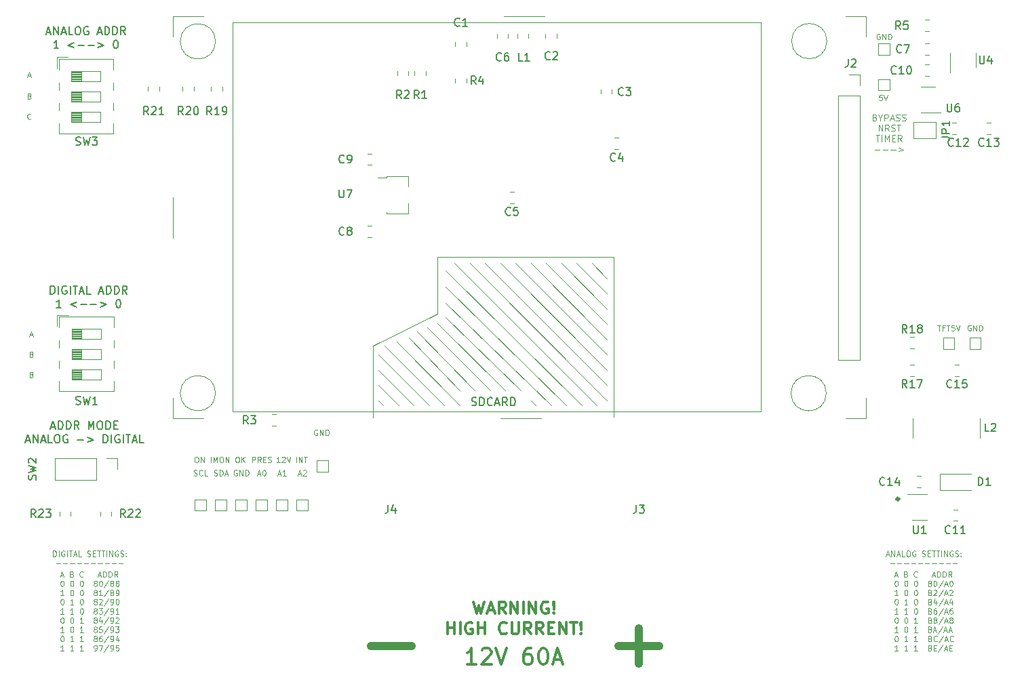
<source format=gbr>
G04 #@! TF.GenerationSoftware,KiCad,Pcbnew,5.1.6-c6e7f7d~87~ubuntu18.04.1*
G04 #@! TF.CreationDate,2020-08-09T22:57:09+01:00*
G04 #@! TF.ProjectId,ServerPSU_Breakout,53657276-6572-4505-9355-5f427265616b,B*
G04 #@! TF.SameCoordinates,Original*
G04 #@! TF.FileFunction,Legend,Top*
G04 #@! TF.FilePolarity,Positive*
%FSLAX46Y46*%
G04 Gerber Fmt 4.6, Leading zero omitted, Abs format (unit mm)*
G04 Created by KiCad (PCBNEW 5.1.6-c6e7f7d~87~ubuntu18.04.1) date 2020-08-09 22:57:09*
%MOMM*%
%LPD*%
G01*
G04 APERTURE LIST*
%ADD10C,0.100000*%
%ADD11C,0.400000*%
%ADD12C,0.200000*%
%ADD13C,0.375000*%
%ADD14C,0.300000*%
%ADD15C,1.000000*%
%ADD16C,0.120000*%
%ADD17C,0.150000*%
G04 APERTURE END LIST*
D10*
X207931333Y-128319666D02*
X208264666Y-128319666D01*
X207864666Y-128519666D02*
X208098000Y-127819666D01*
X208331333Y-128519666D01*
X208564666Y-128519666D02*
X208564666Y-127819666D01*
X208964666Y-128519666D01*
X208964666Y-127819666D01*
X209264666Y-128319666D02*
X209598000Y-128319666D01*
X209198000Y-128519666D02*
X209431333Y-127819666D01*
X209664666Y-128519666D01*
X210231333Y-128519666D02*
X209898000Y-128519666D01*
X209898000Y-127819666D01*
X210598000Y-127819666D02*
X210731333Y-127819666D01*
X210798000Y-127853000D01*
X210864666Y-127919666D01*
X210898000Y-128053000D01*
X210898000Y-128286333D01*
X210864666Y-128419666D01*
X210798000Y-128486333D01*
X210731333Y-128519666D01*
X210598000Y-128519666D01*
X210531333Y-128486333D01*
X210464666Y-128419666D01*
X210431333Y-128286333D01*
X210431333Y-128053000D01*
X210464666Y-127919666D01*
X210531333Y-127853000D01*
X210598000Y-127819666D01*
X211564666Y-127853000D02*
X211498000Y-127819666D01*
X211398000Y-127819666D01*
X211298000Y-127853000D01*
X211231333Y-127919666D01*
X211198000Y-127986333D01*
X211164666Y-128119666D01*
X211164666Y-128219666D01*
X211198000Y-128353000D01*
X211231333Y-128419666D01*
X211298000Y-128486333D01*
X211398000Y-128519666D01*
X211464666Y-128519666D01*
X211564666Y-128486333D01*
X211598000Y-128453000D01*
X211598000Y-128219666D01*
X211464666Y-128219666D01*
X212398000Y-128486333D02*
X212498000Y-128519666D01*
X212664666Y-128519666D01*
X212731333Y-128486333D01*
X212764666Y-128453000D01*
X212798000Y-128386333D01*
X212798000Y-128319666D01*
X212764666Y-128253000D01*
X212731333Y-128219666D01*
X212664666Y-128186333D01*
X212531333Y-128153000D01*
X212464666Y-128119666D01*
X212431333Y-128086333D01*
X212398000Y-128019666D01*
X212398000Y-127953000D01*
X212431333Y-127886333D01*
X212464666Y-127853000D01*
X212531333Y-127819666D01*
X212698000Y-127819666D01*
X212798000Y-127853000D01*
X213098000Y-128153000D02*
X213331333Y-128153000D01*
X213431333Y-128519666D02*
X213098000Y-128519666D01*
X213098000Y-127819666D01*
X213431333Y-127819666D01*
X213631333Y-127819666D02*
X214031333Y-127819666D01*
X213831333Y-128519666D02*
X213831333Y-127819666D01*
X214164666Y-127819666D02*
X214564666Y-127819666D01*
X214364666Y-128519666D02*
X214364666Y-127819666D01*
X214798000Y-128519666D02*
X214798000Y-127819666D01*
X215131333Y-128519666D02*
X215131333Y-127819666D01*
X215531333Y-128519666D01*
X215531333Y-127819666D01*
X216231333Y-127853000D02*
X216164666Y-127819666D01*
X216064666Y-127819666D01*
X215964666Y-127853000D01*
X215898000Y-127919666D01*
X215864666Y-127986333D01*
X215831333Y-128119666D01*
X215831333Y-128219666D01*
X215864666Y-128353000D01*
X215898000Y-128419666D01*
X215964666Y-128486333D01*
X216064666Y-128519666D01*
X216131333Y-128519666D01*
X216231333Y-128486333D01*
X216264666Y-128453000D01*
X216264666Y-128219666D01*
X216131333Y-128219666D01*
X216531333Y-128486333D02*
X216631333Y-128519666D01*
X216798000Y-128519666D01*
X216864666Y-128486333D01*
X216898000Y-128453000D01*
X216931333Y-128386333D01*
X216931333Y-128319666D01*
X216898000Y-128253000D01*
X216864666Y-128219666D01*
X216798000Y-128186333D01*
X216664666Y-128153000D01*
X216598000Y-128119666D01*
X216564666Y-128086333D01*
X216531333Y-128019666D01*
X216531333Y-127953000D01*
X216564666Y-127886333D01*
X216598000Y-127853000D01*
X216664666Y-127819666D01*
X216831333Y-127819666D01*
X216931333Y-127853000D01*
X217231333Y-128453000D02*
X217264666Y-128486333D01*
X217231333Y-128519666D01*
X217198000Y-128486333D01*
X217231333Y-128453000D01*
X217231333Y-128519666D01*
X217231333Y-128086333D02*
X217264666Y-128119666D01*
X217231333Y-128153000D01*
X217198000Y-128119666D01*
X217231333Y-128086333D01*
X217231333Y-128153000D01*
X208431333Y-129403000D02*
X208964666Y-129403000D01*
X209298000Y-129403000D02*
X209831333Y-129403000D01*
X210164666Y-129403000D02*
X210698000Y-129403000D01*
X211031333Y-129403000D02*
X211564666Y-129403000D01*
X211898000Y-129403000D02*
X212431333Y-129403000D01*
X212764666Y-129403000D02*
X213298000Y-129403000D01*
X213631333Y-129403000D02*
X214164666Y-129403000D01*
X214498000Y-129403000D02*
X215031333Y-129403000D01*
X215364666Y-129403000D02*
X215898000Y-129403000D01*
X216231333Y-129403000D02*
X216764666Y-129403000D01*
X103908000Y-128519666D02*
X103908000Y-127819666D01*
X104074666Y-127819666D01*
X104174666Y-127853000D01*
X104241333Y-127919666D01*
X104274666Y-127986333D01*
X104308000Y-128119666D01*
X104308000Y-128219666D01*
X104274666Y-128353000D01*
X104241333Y-128419666D01*
X104174666Y-128486333D01*
X104074666Y-128519666D01*
X103908000Y-128519666D01*
X104608000Y-128519666D02*
X104608000Y-127819666D01*
X105308000Y-127853000D02*
X105241333Y-127819666D01*
X105141333Y-127819666D01*
X105041333Y-127853000D01*
X104974666Y-127919666D01*
X104941333Y-127986333D01*
X104908000Y-128119666D01*
X104908000Y-128219666D01*
X104941333Y-128353000D01*
X104974666Y-128419666D01*
X105041333Y-128486333D01*
X105141333Y-128519666D01*
X105208000Y-128519666D01*
X105308000Y-128486333D01*
X105341333Y-128453000D01*
X105341333Y-128219666D01*
X105208000Y-128219666D01*
X105641333Y-128519666D02*
X105641333Y-127819666D01*
X105874666Y-127819666D02*
X106274666Y-127819666D01*
X106074666Y-128519666D02*
X106074666Y-127819666D01*
X106474666Y-128319666D02*
X106808000Y-128319666D01*
X106408000Y-128519666D02*
X106641333Y-127819666D01*
X106874666Y-128519666D01*
X107441333Y-128519666D02*
X107108000Y-128519666D01*
X107108000Y-127819666D01*
X108174666Y-128486333D02*
X108274666Y-128519666D01*
X108441333Y-128519666D01*
X108508000Y-128486333D01*
X108541333Y-128453000D01*
X108574666Y-128386333D01*
X108574666Y-128319666D01*
X108541333Y-128253000D01*
X108508000Y-128219666D01*
X108441333Y-128186333D01*
X108308000Y-128153000D01*
X108241333Y-128119666D01*
X108208000Y-128086333D01*
X108174666Y-128019666D01*
X108174666Y-127953000D01*
X108208000Y-127886333D01*
X108241333Y-127853000D01*
X108308000Y-127819666D01*
X108474666Y-127819666D01*
X108574666Y-127853000D01*
X108874666Y-128153000D02*
X109108000Y-128153000D01*
X109208000Y-128519666D02*
X108874666Y-128519666D01*
X108874666Y-127819666D01*
X109208000Y-127819666D01*
X109408000Y-127819666D02*
X109808000Y-127819666D01*
X109608000Y-128519666D02*
X109608000Y-127819666D01*
X109941333Y-127819666D02*
X110341333Y-127819666D01*
X110141333Y-128519666D02*
X110141333Y-127819666D01*
X110574666Y-128519666D02*
X110574666Y-127819666D01*
X110908000Y-128519666D02*
X110908000Y-127819666D01*
X111308000Y-128519666D01*
X111308000Y-127819666D01*
X112008000Y-127853000D02*
X111941333Y-127819666D01*
X111841333Y-127819666D01*
X111741333Y-127853000D01*
X111674666Y-127919666D01*
X111641333Y-127986333D01*
X111608000Y-128119666D01*
X111608000Y-128219666D01*
X111641333Y-128353000D01*
X111674666Y-128419666D01*
X111741333Y-128486333D01*
X111841333Y-128519666D01*
X111908000Y-128519666D01*
X112008000Y-128486333D01*
X112041333Y-128453000D01*
X112041333Y-128219666D01*
X111908000Y-128219666D01*
X112308000Y-128486333D02*
X112408000Y-128519666D01*
X112574666Y-128519666D01*
X112641333Y-128486333D01*
X112674666Y-128453000D01*
X112708000Y-128386333D01*
X112708000Y-128319666D01*
X112674666Y-128253000D01*
X112641333Y-128219666D01*
X112574666Y-128186333D01*
X112441333Y-128153000D01*
X112374666Y-128119666D01*
X112341333Y-128086333D01*
X112308000Y-128019666D01*
X112308000Y-127953000D01*
X112341333Y-127886333D01*
X112374666Y-127853000D01*
X112441333Y-127819666D01*
X112608000Y-127819666D01*
X112708000Y-127853000D01*
X113008000Y-128453000D02*
X113041333Y-128486333D01*
X113008000Y-128519666D01*
X112974666Y-128486333D01*
X113008000Y-128453000D01*
X113008000Y-128519666D01*
X113008000Y-128086333D02*
X113041333Y-128119666D01*
X113008000Y-128153000D01*
X112974666Y-128119666D01*
X113008000Y-128086333D01*
X113008000Y-128153000D01*
X104291333Y-129403000D02*
X104824666Y-129403000D01*
X105158000Y-129403000D02*
X105691333Y-129403000D01*
X106024666Y-129403000D02*
X106558000Y-129403000D01*
X106891333Y-129403000D02*
X107424666Y-129403000D01*
X107758000Y-129403000D02*
X108291333Y-129403000D01*
X108624666Y-129403000D02*
X109158000Y-129403000D01*
X109491333Y-129403000D02*
X110024666Y-129403000D01*
X110358000Y-129403000D02*
X110891333Y-129403000D01*
X111224666Y-129403000D02*
X111758000Y-129403000D01*
X112091333Y-129403000D02*
X112624666Y-129403000D01*
X208986333Y-130898666D02*
X209319666Y-130898666D01*
X208919666Y-131098666D02*
X209153000Y-130398666D01*
X209386333Y-131098666D01*
X210386333Y-130732000D02*
X210486333Y-130765333D01*
X210519666Y-130798666D01*
X210553000Y-130865333D01*
X210553000Y-130965333D01*
X210519666Y-131032000D01*
X210486333Y-131065333D01*
X210419666Y-131098666D01*
X210153000Y-131098666D01*
X210153000Y-130398666D01*
X210386333Y-130398666D01*
X210453000Y-130432000D01*
X210486333Y-130465333D01*
X210519666Y-130532000D01*
X210519666Y-130598666D01*
X210486333Y-130665333D01*
X210453000Y-130698666D01*
X210386333Y-130732000D01*
X210153000Y-130732000D01*
X211786333Y-131032000D02*
X211753000Y-131065333D01*
X211653000Y-131098666D01*
X211586333Y-131098666D01*
X211486333Y-131065333D01*
X211419666Y-130998666D01*
X211386333Y-130932000D01*
X211353000Y-130798666D01*
X211353000Y-130698666D01*
X211386333Y-130565333D01*
X211419666Y-130498666D01*
X211486333Y-130432000D01*
X211586333Y-130398666D01*
X211653000Y-130398666D01*
X211753000Y-130432000D01*
X211786333Y-130465333D01*
X213653000Y-130898666D02*
X213986333Y-130898666D01*
X213586333Y-131098666D02*
X213819666Y-130398666D01*
X214053000Y-131098666D01*
X214286333Y-131098666D02*
X214286333Y-130398666D01*
X214453000Y-130398666D01*
X214553000Y-130432000D01*
X214619666Y-130498666D01*
X214653000Y-130565333D01*
X214686333Y-130698666D01*
X214686333Y-130798666D01*
X214653000Y-130932000D01*
X214619666Y-130998666D01*
X214553000Y-131065333D01*
X214453000Y-131098666D01*
X214286333Y-131098666D01*
X214986333Y-131098666D02*
X214986333Y-130398666D01*
X215153000Y-130398666D01*
X215253000Y-130432000D01*
X215319666Y-130498666D01*
X215353000Y-130565333D01*
X215386333Y-130698666D01*
X215386333Y-130798666D01*
X215353000Y-130932000D01*
X215319666Y-130998666D01*
X215253000Y-131065333D01*
X215153000Y-131098666D01*
X214986333Y-131098666D01*
X216086333Y-131098666D02*
X215853000Y-130765333D01*
X215686333Y-131098666D02*
X215686333Y-130398666D01*
X215953000Y-130398666D01*
X216019666Y-130432000D01*
X216053000Y-130465333D01*
X216086333Y-130532000D01*
X216086333Y-130632000D01*
X216053000Y-130698666D01*
X216019666Y-130732000D01*
X215953000Y-130765333D01*
X215686333Y-130765333D01*
X209153000Y-131548666D02*
X209219666Y-131548666D01*
X209286333Y-131582000D01*
X209319666Y-131615333D01*
X209353000Y-131682000D01*
X209386333Y-131815333D01*
X209386333Y-131982000D01*
X209353000Y-132115333D01*
X209319666Y-132182000D01*
X209286333Y-132215333D01*
X209219666Y-132248666D01*
X209153000Y-132248666D01*
X209086333Y-132215333D01*
X209053000Y-132182000D01*
X209019666Y-132115333D01*
X208986333Y-131982000D01*
X208986333Y-131815333D01*
X209019666Y-131682000D01*
X209053000Y-131615333D01*
X209086333Y-131582000D01*
X209153000Y-131548666D01*
X210353000Y-131548666D02*
X210419666Y-131548666D01*
X210486333Y-131582000D01*
X210519666Y-131615333D01*
X210553000Y-131682000D01*
X210586333Y-131815333D01*
X210586333Y-131982000D01*
X210553000Y-132115333D01*
X210519666Y-132182000D01*
X210486333Y-132215333D01*
X210419666Y-132248666D01*
X210353000Y-132248666D01*
X210286333Y-132215333D01*
X210253000Y-132182000D01*
X210219666Y-132115333D01*
X210186333Y-131982000D01*
X210186333Y-131815333D01*
X210219666Y-131682000D01*
X210253000Y-131615333D01*
X210286333Y-131582000D01*
X210353000Y-131548666D01*
X211553000Y-131548666D02*
X211619666Y-131548666D01*
X211686333Y-131582000D01*
X211719666Y-131615333D01*
X211753000Y-131682000D01*
X211786333Y-131815333D01*
X211786333Y-131982000D01*
X211753000Y-132115333D01*
X211719666Y-132182000D01*
X211686333Y-132215333D01*
X211619666Y-132248666D01*
X211553000Y-132248666D01*
X211486333Y-132215333D01*
X211453000Y-132182000D01*
X211419666Y-132115333D01*
X211386333Y-131982000D01*
X211386333Y-131815333D01*
X211419666Y-131682000D01*
X211453000Y-131615333D01*
X211486333Y-131582000D01*
X211553000Y-131548666D01*
X213386333Y-131882000D02*
X213486333Y-131915333D01*
X213519666Y-131948666D01*
X213553000Y-132015333D01*
X213553000Y-132115333D01*
X213519666Y-132182000D01*
X213486333Y-132215333D01*
X213419666Y-132248666D01*
X213153000Y-132248666D01*
X213153000Y-131548666D01*
X213386333Y-131548666D01*
X213453000Y-131582000D01*
X213486333Y-131615333D01*
X213519666Y-131682000D01*
X213519666Y-131748666D01*
X213486333Y-131815333D01*
X213453000Y-131848666D01*
X213386333Y-131882000D01*
X213153000Y-131882000D01*
X213986333Y-131548666D02*
X214053000Y-131548666D01*
X214119666Y-131582000D01*
X214153000Y-131615333D01*
X214186333Y-131682000D01*
X214219666Y-131815333D01*
X214219666Y-131982000D01*
X214186333Y-132115333D01*
X214153000Y-132182000D01*
X214119666Y-132215333D01*
X214053000Y-132248666D01*
X213986333Y-132248666D01*
X213919666Y-132215333D01*
X213886333Y-132182000D01*
X213853000Y-132115333D01*
X213819666Y-131982000D01*
X213819666Y-131815333D01*
X213853000Y-131682000D01*
X213886333Y-131615333D01*
X213919666Y-131582000D01*
X213986333Y-131548666D01*
X215019666Y-131515333D02*
X214419666Y-132415333D01*
X215219666Y-132048666D02*
X215553000Y-132048666D01*
X215153000Y-132248666D02*
X215386333Y-131548666D01*
X215619666Y-132248666D01*
X215986333Y-131548666D02*
X216053000Y-131548666D01*
X216119666Y-131582000D01*
X216153000Y-131615333D01*
X216186333Y-131682000D01*
X216219666Y-131815333D01*
X216219666Y-131982000D01*
X216186333Y-132115333D01*
X216153000Y-132182000D01*
X216119666Y-132215333D01*
X216053000Y-132248666D01*
X215986333Y-132248666D01*
X215919666Y-132215333D01*
X215886333Y-132182000D01*
X215853000Y-132115333D01*
X215819666Y-131982000D01*
X215819666Y-131815333D01*
X215853000Y-131682000D01*
X215886333Y-131615333D01*
X215919666Y-131582000D01*
X215986333Y-131548666D01*
X209386333Y-133398666D02*
X208986333Y-133398666D01*
X209186333Y-133398666D02*
X209186333Y-132698666D01*
X209119666Y-132798666D01*
X209053000Y-132865333D01*
X208986333Y-132898666D01*
X210353000Y-132698666D02*
X210419666Y-132698666D01*
X210486333Y-132732000D01*
X210519666Y-132765333D01*
X210553000Y-132832000D01*
X210586333Y-132965333D01*
X210586333Y-133132000D01*
X210553000Y-133265333D01*
X210519666Y-133332000D01*
X210486333Y-133365333D01*
X210419666Y-133398666D01*
X210353000Y-133398666D01*
X210286333Y-133365333D01*
X210253000Y-133332000D01*
X210219666Y-133265333D01*
X210186333Y-133132000D01*
X210186333Y-132965333D01*
X210219666Y-132832000D01*
X210253000Y-132765333D01*
X210286333Y-132732000D01*
X210353000Y-132698666D01*
X211553000Y-132698666D02*
X211619666Y-132698666D01*
X211686333Y-132732000D01*
X211719666Y-132765333D01*
X211753000Y-132832000D01*
X211786333Y-132965333D01*
X211786333Y-133132000D01*
X211753000Y-133265333D01*
X211719666Y-133332000D01*
X211686333Y-133365333D01*
X211619666Y-133398666D01*
X211553000Y-133398666D01*
X211486333Y-133365333D01*
X211453000Y-133332000D01*
X211419666Y-133265333D01*
X211386333Y-133132000D01*
X211386333Y-132965333D01*
X211419666Y-132832000D01*
X211453000Y-132765333D01*
X211486333Y-132732000D01*
X211553000Y-132698666D01*
X213386333Y-133032000D02*
X213486333Y-133065333D01*
X213519666Y-133098666D01*
X213553000Y-133165333D01*
X213553000Y-133265333D01*
X213519666Y-133332000D01*
X213486333Y-133365333D01*
X213419666Y-133398666D01*
X213153000Y-133398666D01*
X213153000Y-132698666D01*
X213386333Y-132698666D01*
X213453000Y-132732000D01*
X213486333Y-132765333D01*
X213519666Y-132832000D01*
X213519666Y-132898666D01*
X213486333Y-132965333D01*
X213453000Y-132998666D01*
X213386333Y-133032000D01*
X213153000Y-133032000D01*
X213819666Y-132765333D02*
X213853000Y-132732000D01*
X213919666Y-132698666D01*
X214086333Y-132698666D01*
X214153000Y-132732000D01*
X214186333Y-132765333D01*
X214219666Y-132832000D01*
X214219666Y-132898666D01*
X214186333Y-132998666D01*
X213786333Y-133398666D01*
X214219666Y-133398666D01*
X215019666Y-132665333D02*
X214419666Y-133565333D01*
X215219666Y-133198666D02*
X215553000Y-133198666D01*
X215153000Y-133398666D02*
X215386333Y-132698666D01*
X215619666Y-133398666D01*
X215819666Y-132765333D02*
X215853000Y-132732000D01*
X215919666Y-132698666D01*
X216086333Y-132698666D01*
X216153000Y-132732000D01*
X216186333Y-132765333D01*
X216219666Y-132832000D01*
X216219666Y-132898666D01*
X216186333Y-132998666D01*
X215786333Y-133398666D01*
X216219666Y-133398666D01*
X209153000Y-133848666D02*
X209219666Y-133848666D01*
X209286333Y-133882000D01*
X209319666Y-133915333D01*
X209353000Y-133982000D01*
X209386333Y-134115333D01*
X209386333Y-134282000D01*
X209353000Y-134415333D01*
X209319666Y-134482000D01*
X209286333Y-134515333D01*
X209219666Y-134548666D01*
X209153000Y-134548666D01*
X209086333Y-134515333D01*
X209053000Y-134482000D01*
X209019666Y-134415333D01*
X208986333Y-134282000D01*
X208986333Y-134115333D01*
X209019666Y-133982000D01*
X209053000Y-133915333D01*
X209086333Y-133882000D01*
X209153000Y-133848666D01*
X210586333Y-134548666D02*
X210186333Y-134548666D01*
X210386333Y-134548666D02*
X210386333Y-133848666D01*
X210319666Y-133948666D01*
X210253000Y-134015333D01*
X210186333Y-134048666D01*
X211553000Y-133848666D02*
X211619666Y-133848666D01*
X211686333Y-133882000D01*
X211719666Y-133915333D01*
X211753000Y-133982000D01*
X211786333Y-134115333D01*
X211786333Y-134282000D01*
X211753000Y-134415333D01*
X211719666Y-134482000D01*
X211686333Y-134515333D01*
X211619666Y-134548666D01*
X211553000Y-134548666D01*
X211486333Y-134515333D01*
X211453000Y-134482000D01*
X211419666Y-134415333D01*
X211386333Y-134282000D01*
X211386333Y-134115333D01*
X211419666Y-133982000D01*
X211453000Y-133915333D01*
X211486333Y-133882000D01*
X211553000Y-133848666D01*
X213386333Y-134182000D02*
X213486333Y-134215333D01*
X213519666Y-134248666D01*
X213553000Y-134315333D01*
X213553000Y-134415333D01*
X213519666Y-134482000D01*
X213486333Y-134515333D01*
X213419666Y-134548666D01*
X213153000Y-134548666D01*
X213153000Y-133848666D01*
X213386333Y-133848666D01*
X213453000Y-133882000D01*
X213486333Y-133915333D01*
X213519666Y-133982000D01*
X213519666Y-134048666D01*
X213486333Y-134115333D01*
X213453000Y-134148666D01*
X213386333Y-134182000D01*
X213153000Y-134182000D01*
X214153000Y-134082000D02*
X214153000Y-134548666D01*
X213986333Y-133815333D02*
X213819666Y-134315333D01*
X214253000Y-134315333D01*
X215019666Y-133815333D02*
X214419666Y-134715333D01*
X215219666Y-134348666D02*
X215553000Y-134348666D01*
X215153000Y-134548666D02*
X215386333Y-133848666D01*
X215619666Y-134548666D01*
X216153000Y-134082000D02*
X216153000Y-134548666D01*
X215986333Y-133815333D02*
X215819666Y-134315333D01*
X216253000Y-134315333D01*
X209386333Y-135698666D02*
X208986333Y-135698666D01*
X209186333Y-135698666D02*
X209186333Y-134998666D01*
X209119666Y-135098666D01*
X209053000Y-135165333D01*
X208986333Y-135198666D01*
X210586333Y-135698666D02*
X210186333Y-135698666D01*
X210386333Y-135698666D02*
X210386333Y-134998666D01*
X210319666Y-135098666D01*
X210253000Y-135165333D01*
X210186333Y-135198666D01*
X211553000Y-134998666D02*
X211619666Y-134998666D01*
X211686333Y-135032000D01*
X211719666Y-135065333D01*
X211753000Y-135132000D01*
X211786333Y-135265333D01*
X211786333Y-135432000D01*
X211753000Y-135565333D01*
X211719666Y-135632000D01*
X211686333Y-135665333D01*
X211619666Y-135698666D01*
X211553000Y-135698666D01*
X211486333Y-135665333D01*
X211453000Y-135632000D01*
X211419666Y-135565333D01*
X211386333Y-135432000D01*
X211386333Y-135265333D01*
X211419666Y-135132000D01*
X211453000Y-135065333D01*
X211486333Y-135032000D01*
X211553000Y-134998666D01*
X213386333Y-135332000D02*
X213486333Y-135365333D01*
X213519666Y-135398666D01*
X213553000Y-135465333D01*
X213553000Y-135565333D01*
X213519666Y-135632000D01*
X213486333Y-135665333D01*
X213419666Y-135698666D01*
X213153000Y-135698666D01*
X213153000Y-134998666D01*
X213386333Y-134998666D01*
X213453000Y-135032000D01*
X213486333Y-135065333D01*
X213519666Y-135132000D01*
X213519666Y-135198666D01*
X213486333Y-135265333D01*
X213453000Y-135298666D01*
X213386333Y-135332000D01*
X213153000Y-135332000D01*
X214153000Y-134998666D02*
X214019666Y-134998666D01*
X213953000Y-135032000D01*
X213919666Y-135065333D01*
X213853000Y-135165333D01*
X213819666Y-135298666D01*
X213819666Y-135565333D01*
X213853000Y-135632000D01*
X213886333Y-135665333D01*
X213953000Y-135698666D01*
X214086333Y-135698666D01*
X214153000Y-135665333D01*
X214186333Y-135632000D01*
X214219666Y-135565333D01*
X214219666Y-135398666D01*
X214186333Y-135332000D01*
X214153000Y-135298666D01*
X214086333Y-135265333D01*
X213953000Y-135265333D01*
X213886333Y-135298666D01*
X213853000Y-135332000D01*
X213819666Y-135398666D01*
X215019666Y-134965333D02*
X214419666Y-135865333D01*
X215219666Y-135498666D02*
X215553000Y-135498666D01*
X215153000Y-135698666D02*
X215386333Y-134998666D01*
X215619666Y-135698666D01*
X216153000Y-134998666D02*
X216019666Y-134998666D01*
X215953000Y-135032000D01*
X215919666Y-135065333D01*
X215853000Y-135165333D01*
X215819666Y-135298666D01*
X215819666Y-135565333D01*
X215853000Y-135632000D01*
X215886333Y-135665333D01*
X215953000Y-135698666D01*
X216086333Y-135698666D01*
X216153000Y-135665333D01*
X216186333Y-135632000D01*
X216219666Y-135565333D01*
X216219666Y-135398666D01*
X216186333Y-135332000D01*
X216153000Y-135298666D01*
X216086333Y-135265333D01*
X215953000Y-135265333D01*
X215886333Y-135298666D01*
X215853000Y-135332000D01*
X215819666Y-135398666D01*
X209153000Y-136148666D02*
X209219666Y-136148666D01*
X209286333Y-136182000D01*
X209319666Y-136215333D01*
X209353000Y-136282000D01*
X209386333Y-136415333D01*
X209386333Y-136582000D01*
X209353000Y-136715333D01*
X209319666Y-136782000D01*
X209286333Y-136815333D01*
X209219666Y-136848666D01*
X209153000Y-136848666D01*
X209086333Y-136815333D01*
X209053000Y-136782000D01*
X209019666Y-136715333D01*
X208986333Y-136582000D01*
X208986333Y-136415333D01*
X209019666Y-136282000D01*
X209053000Y-136215333D01*
X209086333Y-136182000D01*
X209153000Y-136148666D01*
X210353000Y-136148666D02*
X210419666Y-136148666D01*
X210486333Y-136182000D01*
X210519666Y-136215333D01*
X210553000Y-136282000D01*
X210586333Y-136415333D01*
X210586333Y-136582000D01*
X210553000Y-136715333D01*
X210519666Y-136782000D01*
X210486333Y-136815333D01*
X210419666Y-136848666D01*
X210353000Y-136848666D01*
X210286333Y-136815333D01*
X210253000Y-136782000D01*
X210219666Y-136715333D01*
X210186333Y-136582000D01*
X210186333Y-136415333D01*
X210219666Y-136282000D01*
X210253000Y-136215333D01*
X210286333Y-136182000D01*
X210353000Y-136148666D01*
X211786333Y-136848666D02*
X211386333Y-136848666D01*
X211586333Y-136848666D02*
X211586333Y-136148666D01*
X211519666Y-136248666D01*
X211453000Y-136315333D01*
X211386333Y-136348666D01*
X213386333Y-136482000D02*
X213486333Y-136515333D01*
X213519666Y-136548666D01*
X213553000Y-136615333D01*
X213553000Y-136715333D01*
X213519666Y-136782000D01*
X213486333Y-136815333D01*
X213419666Y-136848666D01*
X213153000Y-136848666D01*
X213153000Y-136148666D01*
X213386333Y-136148666D01*
X213453000Y-136182000D01*
X213486333Y-136215333D01*
X213519666Y-136282000D01*
X213519666Y-136348666D01*
X213486333Y-136415333D01*
X213453000Y-136448666D01*
X213386333Y-136482000D01*
X213153000Y-136482000D01*
X213953000Y-136448666D02*
X213886333Y-136415333D01*
X213853000Y-136382000D01*
X213819666Y-136315333D01*
X213819666Y-136282000D01*
X213853000Y-136215333D01*
X213886333Y-136182000D01*
X213953000Y-136148666D01*
X214086333Y-136148666D01*
X214153000Y-136182000D01*
X214186333Y-136215333D01*
X214219666Y-136282000D01*
X214219666Y-136315333D01*
X214186333Y-136382000D01*
X214153000Y-136415333D01*
X214086333Y-136448666D01*
X213953000Y-136448666D01*
X213886333Y-136482000D01*
X213853000Y-136515333D01*
X213819666Y-136582000D01*
X213819666Y-136715333D01*
X213853000Y-136782000D01*
X213886333Y-136815333D01*
X213953000Y-136848666D01*
X214086333Y-136848666D01*
X214153000Y-136815333D01*
X214186333Y-136782000D01*
X214219666Y-136715333D01*
X214219666Y-136582000D01*
X214186333Y-136515333D01*
X214153000Y-136482000D01*
X214086333Y-136448666D01*
X215019666Y-136115333D02*
X214419666Y-137015333D01*
X215219666Y-136648666D02*
X215553000Y-136648666D01*
X215153000Y-136848666D02*
X215386333Y-136148666D01*
X215619666Y-136848666D01*
X215953000Y-136448666D02*
X215886333Y-136415333D01*
X215853000Y-136382000D01*
X215819666Y-136315333D01*
X215819666Y-136282000D01*
X215853000Y-136215333D01*
X215886333Y-136182000D01*
X215953000Y-136148666D01*
X216086333Y-136148666D01*
X216153000Y-136182000D01*
X216186333Y-136215333D01*
X216219666Y-136282000D01*
X216219666Y-136315333D01*
X216186333Y-136382000D01*
X216153000Y-136415333D01*
X216086333Y-136448666D01*
X215953000Y-136448666D01*
X215886333Y-136482000D01*
X215853000Y-136515333D01*
X215819666Y-136582000D01*
X215819666Y-136715333D01*
X215853000Y-136782000D01*
X215886333Y-136815333D01*
X215953000Y-136848666D01*
X216086333Y-136848666D01*
X216153000Y-136815333D01*
X216186333Y-136782000D01*
X216219666Y-136715333D01*
X216219666Y-136582000D01*
X216186333Y-136515333D01*
X216153000Y-136482000D01*
X216086333Y-136448666D01*
X209386333Y-137998666D02*
X208986333Y-137998666D01*
X209186333Y-137998666D02*
X209186333Y-137298666D01*
X209119666Y-137398666D01*
X209053000Y-137465333D01*
X208986333Y-137498666D01*
X210353000Y-137298666D02*
X210419666Y-137298666D01*
X210486333Y-137332000D01*
X210519666Y-137365333D01*
X210553000Y-137432000D01*
X210586333Y-137565333D01*
X210586333Y-137732000D01*
X210553000Y-137865333D01*
X210519666Y-137932000D01*
X210486333Y-137965333D01*
X210419666Y-137998666D01*
X210353000Y-137998666D01*
X210286333Y-137965333D01*
X210253000Y-137932000D01*
X210219666Y-137865333D01*
X210186333Y-137732000D01*
X210186333Y-137565333D01*
X210219666Y-137432000D01*
X210253000Y-137365333D01*
X210286333Y-137332000D01*
X210353000Y-137298666D01*
X211786333Y-137998666D02*
X211386333Y-137998666D01*
X211586333Y-137998666D02*
X211586333Y-137298666D01*
X211519666Y-137398666D01*
X211453000Y-137465333D01*
X211386333Y-137498666D01*
X213386333Y-137632000D02*
X213486333Y-137665333D01*
X213519666Y-137698666D01*
X213553000Y-137765333D01*
X213553000Y-137865333D01*
X213519666Y-137932000D01*
X213486333Y-137965333D01*
X213419666Y-137998666D01*
X213153000Y-137998666D01*
X213153000Y-137298666D01*
X213386333Y-137298666D01*
X213453000Y-137332000D01*
X213486333Y-137365333D01*
X213519666Y-137432000D01*
X213519666Y-137498666D01*
X213486333Y-137565333D01*
X213453000Y-137598666D01*
X213386333Y-137632000D01*
X213153000Y-137632000D01*
X213819666Y-137798666D02*
X214153000Y-137798666D01*
X213753000Y-137998666D02*
X213986333Y-137298666D01*
X214219666Y-137998666D01*
X214953000Y-137265333D02*
X214353000Y-138165333D01*
X215153000Y-137798666D02*
X215486333Y-137798666D01*
X215086333Y-137998666D02*
X215319666Y-137298666D01*
X215553000Y-137998666D01*
X215753000Y-137798666D02*
X216086333Y-137798666D01*
X215686333Y-137998666D02*
X215919666Y-137298666D01*
X216153000Y-137998666D01*
X209153000Y-138448666D02*
X209219666Y-138448666D01*
X209286333Y-138482000D01*
X209319666Y-138515333D01*
X209353000Y-138582000D01*
X209386333Y-138715333D01*
X209386333Y-138882000D01*
X209353000Y-139015333D01*
X209319666Y-139082000D01*
X209286333Y-139115333D01*
X209219666Y-139148666D01*
X209153000Y-139148666D01*
X209086333Y-139115333D01*
X209053000Y-139082000D01*
X209019666Y-139015333D01*
X208986333Y-138882000D01*
X208986333Y-138715333D01*
X209019666Y-138582000D01*
X209053000Y-138515333D01*
X209086333Y-138482000D01*
X209153000Y-138448666D01*
X210586333Y-139148666D02*
X210186333Y-139148666D01*
X210386333Y-139148666D02*
X210386333Y-138448666D01*
X210319666Y-138548666D01*
X210253000Y-138615333D01*
X210186333Y-138648666D01*
X211786333Y-139148666D02*
X211386333Y-139148666D01*
X211586333Y-139148666D02*
X211586333Y-138448666D01*
X211519666Y-138548666D01*
X211453000Y-138615333D01*
X211386333Y-138648666D01*
X213386333Y-138782000D02*
X213486333Y-138815333D01*
X213519666Y-138848666D01*
X213553000Y-138915333D01*
X213553000Y-139015333D01*
X213519666Y-139082000D01*
X213486333Y-139115333D01*
X213419666Y-139148666D01*
X213153000Y-139148666D01*
X213153000Y-138448666D01*
X213386333Y-138448666D01*
X213453000Y-138482000D01*
X213486333Y-138515333D01*
X213519666Y-138582000D01*
X213519666Y-138648666D01*
X213486333Y-138715333D01*
X213453000Y-138748666D01*
X213386333Y-138782000D01*
X213153000Y-138782000D01*
X214253000Y-139082000D02*
X214219666Y-139115333D01*
X214119666Y-139148666D01*
X214053000Y-139148666D01*
X213953000Y-139115333D01*
X213886333Y-139048666D01*
X213853000Y-138982000D01*
X213819666Y-138848666D01*
X213819666Y-138748666D01*
X213853000Y-138615333D01*
X213886333Y-138548666D01*
X213953000Y-138482000D01*
X214053000Y-138448666D01*
X214119666Y-138448666D01*
X214219666Y-138482000D01*
X214253000Y-138515333D01*
X215053000Y-138415333D02*
X214453000Y-139315333D01*
X215253000Y-138948666D02*
X215586333Y-138948666D01*
X215186333Y-139148666D02*
X215419666Y-138448666D01*
X215653000Y-139148666D01*
X216286333Y-139082000D02*
X216253000Y-139115333D01*
X216153000Y-139148666D01*
X216086333Y-139148666D01*
X215986333Y-139115333D01*
X215919666Y-139048666D01*
X215886333Y-138982000D01*
X215853000Y-138848666D01*
X215853000Y-138748666D01*
X215886333Y-138615333D01*
X215919666Y-138548666D01*
X215986333Y-138482000D01*
X216086333Y-138448666D01*
X216153000Y-138448666D01*
X216253000Y-138482000D01*
X216286333Y-138515333D01*
X209386333Y-140298666D02*
X208986333Y-140298666D01*
X209186333Y-140298666D02*
X209186333Y-139598666D01*
X209119666Y-139698666D01*
X209053000Y-139765333D01*
X208986333Y-139798666D01*
X210586333Y-140298666D02*
X210186333Y-140298666D01*
X210386333Y-140298666D02*
X210386333Y-139598666D01*
X210319666Y-139698666D01*
X210253000Y-139765333D01*
X210186333Y-139798666D01*
X211786333Y-140298666D02*
X211386333Y-140298666D01*
X211586333Y-140298666D02*
X211586333Y-139598666D01*
X211519666Y-139698666D01*
X211453000Y-139765333D01*
X211386333Y-139798666D01*
X213386333Y-139932000D02*
X213486333Y-139965333D01*
X213519666Y-139998666D01*
X213553000Y-140065333D01*
X213553000Y-140165333D01*
X213519666Y-140232000D01*
X213486333Y-140265333D01*
X213419666Y-140298666D01*
X213153000Y-140298666D01*
X213153000Y-139598666D01*
X213386333Y-139598666D01*
X213453000Y-139632000D01*
X213486333Y-139665333D01*
X213519666Y-139732000D01*
X213519666Y-139798666D01*
X213486333Y-139865333D01*
X213453000Y-139898666D01*
X213386333Y-139932000D01*
X213153000Y-139932000D01*
X213853000Y-139932000D02*
X214086333Y-139932000D01*
X214186333Y-140298666D02*
X213853000Y-140298666D01*
X213853000Y-139598666D01*
X214186333Y-139598666D01*
X214986333Y-139565333D02*
X214386333Y-140465333D01*
X215186333Y-140098666D02*
X215519666Y-140098666D01*
X215119666Y-140298666D02*
X215353000Y-139598666D01*
X215586333Y-140298666D01*
X215819666Y-139932000D02*
X216053000Y-139932000D01*
X216153000Y-140298666D02*
X215819666Y-140298666D01*
X215819666Y-139598666D01*
X216153000Y-139598666D01*
X104846333Y-130898666D02*
X105179666Y-130898666D01*
X104779666Y-131098666D02*
X105013000Y-130398666D01*
X105246333Y-131098666D01*
X106246333Y-130732000D02*
X106346333Y-130765333D01*
X106379666Y-130798666D01*
X106413000Y-130865333D01*
X106413000Y-130965333D01*
X106379666Y-131032000D01*
X106346333Y-131065333D01*
X106279666Y-131098666D01*
X106013000Y-131098666D01*
X106013000Y-130398666D01*
X106246333Y-130398666D01*
X106313000Y-130432000D01*
X106346333Y-130465333D01*
X106379666Y-130532000D01*
X106379666Y-130598666D01*
X106346333Y-130665333D01*
X106313000Y-130698666D01*
X106246333Y-130732000D01*
X106013000Y-130732000D01*
X107646333Y-131032000D02*
X107613000Y-131065333D01*
X107513000Y-131098666D01*
X107446333Y-131098666D01*
X107346333Y-131065333D01*
X107279666Y-130998666D01*
X107246333Y-130932000D01*
X107213000Y-130798666D01*
X107213000Y-130698666D01*
X107246333Y-130565333D01*
X107279666Y-130498666D01*
X107346333Y-130432000D01*
X107446333Y-130398666D01*
X107513000Y-130398666D01*
X107613000Y-130432000D01*
X107646333Y-130465333D01*
X109513000Y-130898666D02*
X109846333Y-130898666D01*
X109446333Y-131098666D02*
X109679666Y-130398666D01*
X109913000Y-131098666D01*
X110146333Y-131098666D02*
X110146333Y-130398666D01*
X110313000Y-130398666D01*
X110413000Y-130432000D01*
X110479666Y-130498666D01*
X110513000Y-130565333D01*
X110546333Y-130698666D01*
X110546333Y-130798666D01*
X110513000Y-130932000D01*
X110479666Y-130998666D01*
X110413000Y-131065333D01*
X110313000Y-131098666D01*
X110146333Y-131098666D01*
X110846333Y-131098666D02*
X110846333Y-130398666D01*
X111013000Y-130398666D01*
X111113000Y-130432000D01*
X111179666Y-130498666D01*
X111213000Y-130565333D01*
X111246333Y-130698666D01*
X111246333Y-130798666D01*
X111213000Y-130932000D01*
X111179666Y-130998666D01*
X111113000Y-131065333D01*
X111013000Y-131098666D01*
X110846333Y-131098666D01*
X111946333Y-131098666D02*
X111713000Y-130765333D01*
X111546333Y-131098666D02*
X111546333Y-130398666D01*
X111813000Y-130398666D01*
X111879666Y-130432000D01*
X111913000Y-130465333D01*
X111946333Y-130532000D01*
X111946333Y-130632000D01*
X111913000Y-130698666D01*
X111879666Y-130732000D01*
X111813000Y-130765333D01*
X111546333Y-130765333D01*
X105013000Y-131548666D02*
X105079666Y-131548666D01*
X105146333Y-131582000D01*
X105179666Y-131615333D01*
X105213000Y-131682000D01*
X105246333Y-131815333D01*
X105246333Y-131982000D01*
X105213000Y-132115333D01*
X105179666Y-132182000D01*
X105146333Y-132215333D01*
X105079666Y-132248666D01*
X105013000Y-132248666D01*
X104946333Y-132215333D01*
X104913000Y-132182000D01*
X104879666Y-132115333D01*
X104846333Y-131982000D01*
X104846333Y-131815333D01*
X104879666Y-131682000D01*
X104913000Y-131615333D01*
X104946333Y-131582000D01*
X105013000Y-131548666D01*
X106213000Y-131548666D02*
X106279666Y-131548666D01*
X106346333Y-131582000D01*
X106379666Y-131615333D01*
X106413000Y-131682000D01*
X106446333Y-131815333D01*
X106446333Y-131982000D01*
X106413000Y-132115333D01*
X106379666Y-132182000D01*
X106346333Y-132215333D01*
X106279666Y-132248666D01*
X106213000Y-132248666D01*
X106146333Y-132215333D01*
X106113000Y-132182000D01*
X106079666Y-132115333D01*
X106046333Y-131982000D01*
X106046333Y-131815333D01*
X106079666Y-131682000D01*
X106113000Y-131615333D01*
X106146333Y-131582000D01*
X106213000Y-131548666D01*
X107413000Y-131548666D02*
X107479666Y-131548666D01*
X107546333Y-131582000D01*
X107579666Y-131615333D01*
X107613000Y-131682000D01*
X107646333Y-131815333D01*
X107646333Y-131982000D01*
X107613000Y-132115333D01*
X107579666Y-132182000D01*
X107546333Y-132215333D01*
X107479666Y-132248666D01*
X107413000Y-132248666D01*
X107346333Y-132215333D01*
X107313000Y-132182000D01*
X107279666Y-132115333D01*
X107246333Y-131982000D01*
X107246333Y-131815333D01*
X107279666Y-131682000D01*
X107313000Y-131615333D01*
X107346333Y-131582000D01*
X107413000Y-131548666D01*
X109113000Y-131848666D02*
X109046333Y-131815333D01*
X109013000Y-131782000D01*
X108979666Y-131715333D01*
X108979666Y-131682000D01*
X109013000Y-131615333D01*
X109046333Y-131582000D01*
X109113000Y-131548666D01*
X109246333Y-131548666D01*
X109313000Y-131582000D01*
X109346333Y-131615333D01*
X109379666Y-131682000D01*
X109379666Y-131715333D01*
X109346333Y-131782000D01*
X109313000Y-131815333D01*
X109246333Y-131848666D01*
X109113000Y-131848666D01*
X109046333Y-131882000D01*
X109013000Y-131915333D01*
X108979666Y-131982000D01*
X108979666Y-132115333D01*
X109013000Y-132182000D01*
X109046333Y-132215333D01*
X109113000Y-132248666D01*
X109246333Y-132248666D01*
X109313000Y-132215333D01*
X109346333Y-132182000D01*
X109379666Y-132115333D01*
X109379666Y-131982000D01*
X109346333Y-131915333D01*
X109313000Y-131882000D01*
X109246333Y-131848666D01*
X109813000Y-131548666D02*
X109879666Y-131548666D01*
X109946333Y-131582000D01*
X109979666Y-131615333D01*
X110013000Y-131682000D01*
X110046333Y-131815333D01*
X110046333Y-131982000D01*
X110013000Y-132115333D01*
X109979666Y-132182000D01*
X109946333Y-132215333D01*
X109879666Y-132248666D01*
X109813000Y-132248666D01*
X109746333Y-132215333D01*
X109713000Y-132182000D01*
X109679666Y-132115333D01*
X109646333Y-131982000D01*
X109646333Y-131815333D01*
X109679666Y-131682000D01*
X109713000Y-131615333D01*
X109746333Y-131582000D01*
X109813000Y-131548666D01*
X110846333Y-131515333D02*
X110246333Y-132415333D01*
X111179666Y-131848666D02*
X111113000Y-131815333D01*
X111079666Y-131782000D01*
X111046333Y-131715333D01*
X111046333Y-131682000D01*
X111079666Y-131615333D01*
X111113000Y-131582000D01*
X111179666Y-131548666D01*
X111313000Y-131548666D01*
X111379666Y-131582000D01*
X111413000Y-131615333D01*
X111446333Y-131682000D01*
X111446333Y-131715333D01*
X111413000Y-131782000D01*
X111379666Y-131815333D01*
X111313000Y-131848666D01*
X111179666Y-131848666D01*
X111113000Y-131882000D01*
X111079666Y-131915333D01*
X111046333Y-131982000D01*
X111046333Y-132115333D01*
X111079666Y-132182000D01*
X111113000Y-132215333D01*
X111179666Y-132248666D01*
X111313000Y-132248666D01*
X111379666Y-132215333D01*
X111413000Y-132182000D01*
X111446333Y-132115333D01*
X111446333Y-131982000D01*
X111413000Y-131915333D01*
X111379666Y-131882000D01*
X111313000Y-131848666D01*
X111846333Y-131848666D02*
X111779666Y-131815333D01*
X111746333Y-131782000D01*
X111713000Y-131715333D01*
X111713000Y-131682000D01*
X111746333Y-131615333D01*
X111779666Y-131582000D01*
X111846333Y-131548666D01*
X111979666Y-131548666D01*
X112046333Y-131582000D01*
X112079666Y-131615333D01*
X112113000Y-131682000D01*
X112113000Y-131715333D01*
X112079666Y-131782000D01*
X112046333Y-131815333D01*
X111979666Y-131848666D01*
X111846333Y-131848666D01*
X111779666Y-131882000D01*
X111746333Y-131915333D01*
X111713000Y-131982000D01*
X111713000Y-132115333D01*
X111746333Y-132182000D01*
X111779666Y-132215333D01*
X111846333Y-132248666D01*
X111979666Y-132248666D01*
X112046333Y-132215333D01*
X112079666Y-132182000D01*
X112113000Y-132115333D01*
X112113000Y-131982000D01*
X112079666Y-131915333D01*
X112046333Y-131882000D01*
X111979666Y-131848666D01*
X105246333Y-133398666D02*
X104846333Y-133398666D01*
X105046333Y-133398666D02*
X105046333Y-132698666D01*
X104979666Y-132798666D01*
X104913000Y-132865333D01*
X104846333Y-132898666D01*
X106213000Y-132698666D02*
X106279666Y-132698666D01*
X106346333Y-132732000D01*
X106379666Y-132765333D01*
X106413000Y-132832000D01*
X106446333Y-132965333D01*
X106446333Y-133132000D01*
X106413000Y-133265333D01*
X106379666Y-133332000D01*
X106346333Y-133365333D01*
X106279666Y-133398666D01*
X106213000Y-133398666D01*
X106146333Y-133365333D01*
X106113000Y-133332000D01*
X106079666Y-133265333D01*
X106046333Y-133132000D01*
X106046333Y-132965333D01*
X106079666Y-132832000D01*
X106113000Y-132765333D01*
X106146333Y-132732000D01*
X106213000Y-132698666D01*
X107413000Y-132698666D02*
X107479666Y-132698666D01*
X107546333Y-132732000D01*
X107579666Y-132765333D01*
X107613000Y-132832000D01*
X107646333Y-132965333D01*
X107646333Y-133132000D01*
X107613000Y-133265333D01*
X107579666Y-133332000D01*
X107546333Y-133365333D01*
X107479666Y-133398666D01*
X107413000Y-133398666D01*
X107346333Y-133365333D01*
X107313000Y-133332000D01*
X107279666Y-133265333D01*
X107246333Y-133132000D01*
X107246333Y-132965333D01*
X107279666Y-132832000D01*
X107313000Y-132765333D01*
X107346333Y-132732000D01*
X107413000Y-132698666D01*
X109113000Y-132998666D02*
X109046333Y-132965333D01*
X109013000Y-132932000D01*
X108979666Y-132865333D01*
X108979666Y-132832000D01*
X109013000Y-132765333D01*
X109046333Y-132732000D01*
X109113000Y-132698666D01*
X109246333Y-132698666D01*
X109313000Y-132732000D01*
X109346333Y-132765333D01*
X109379666Y-132832000D01*
X109379666Y-132865333D01*
X109346333Y-132932000D01*
X109313000Y-132965333D01*
X109246333Y-132998666D01*
X109113000Y-132998666D01*
X109046333Y-133032000D01*
X109013000Y-133065333D01*
X108979666Y-133132000D01*
X108979666Y-133265333D01*
X109013000Y-133332000D01*
X109046333Y-133365333D01*
X109113000Y-133398666D01*
X109246333Y-133398666D01*
X109313000Y-133365333D01*
X109346333Y-133332000D01*
X109379666Y-133265333D01*
X109379666Y-133132000D01*
X109346333Y-133065333D01*
X109313000Y-133032000D01*
X109246333Y-132998666D01*
X110046333Y-133398666D02*
X109646333Y-133398666D01*
X109846333Y-133398666D02*
X109846333Y-132698666D01*
X109779666Y-132798666D01*
X109713000Y-132865333D01*
X109646333Y-132898666D01*
X110846333Y-132665333D02*
X110246333Y-133565333D01*
X111179666Y-132998666D02*
X111113000Y-132965333D01*
X111079666Y-132932000D01*
X111046333Y-132865333D01*
X111046333Y-132832000D01*
X111079666Y-132765333D01*
X111113000Y-132732000D01*
X111179666Y-132698666D01*
X111313000Y-132698666D01*
X111379666Y-132732000D01*
X111413000Y-132765333D01*
X111446333Y-132832000D01*
X111446333Y-132865333D01*
X111413000Y-132932000D01*
X111379666Y-132965333D01*
X111313000Y-132998666D01*
X111179666Y-132998666D01*
X111113000Y-133032000D01*
X111079666Y-133065333D01*
X111046333Y-133132000D01*
X111046333Y-133265333D01*
X111079666Y-133332000D01*
X111113000Y-133365333D01*
X111179666Y-133398666D01*
X111313000Y-133398666D01*
X111379666Y-133365333D01*
X111413000Y-133332000D01*
X111446333Y-133265333D01*
X111446333Y-133132000D01*
X111413000Y-133065333D01*
X111379666Y-133032000D01*
X111313000Y-132998666D01*
X111779666Y-133398666D02*
X111913000Y-133398666D01*
X111979666Y-133365333D01*
X112013000Y-133332000D01*
X112079666Y-133232000D01*
X112113000Y-133098666D01*
X112113000Y-132832000D01*
X112079666Y-132765333D01*
X112046333Y-132732000D01*
X111979666Y-132698666D01*
X111846333Y-132698666D01*
X111779666Y-132732000D01*
X111746333Y-132765333D01*
X111713000Y-132832000D01*
X111713000Y-132998666D01*
X111746333Y-133065333D01*
X111779666Y-133098666D01*
X111846333Y-133132000D01*
X111979666Y-133132000D01*
X112046333Y-133098666D01*
X112079666Y-133065333D01*
X112113000Y-132998666D01*
X105013000Y-133848666D02*
X105079666Y-133848666D01*
X105146333Y-133882000D01*
X105179666Y-133915333D01*
X105213000Y-133982000D01*
X105246333Y-134115333D01*
X105246333Y-134282000D01*
X105213000Y-134415333D01*
X105179666Y-134482000D01*
X105146333Y-134515333D01*
X105079666Y-134548666D01*
X105013000Y-134548666D01*
X104946333Y-134515333D01*
X104913000Y-134482000D01*
X104879666Y-134415333D01*
X104846333Y-134282000D01*
X104846333Y-134115333D01*
X104879666Y-133982000D01*
X104913000Y-133915333D01*
X104946333Y-133882000D01*
X105013000Y-133848666D01*
X106446333Y-134548666D02*
X106046333Y-134548666D01*
X106246333Y-134548666D02*
X106246333Y-133848666D01*
X106179666Y-133948666D01*
X106113000Y-134015333D01*
X106046333Y-134048666D01*
X107413000Y-133848666D02*
X107479666Y-133848666D01*
X107546333Y-133882000D01*
X107579666Y-133915333D01*
X107613000Y-133982000D01*
X107646333Y-134115333D01*
X107646333Y-134282000D01*
X107613000Y-134415333D01*
X107579666Y-134482000D01*
X107546333Y-134515333D01*
X107479666Y-134548666D01*
X107413000Y-134548666D01*
X107346333Y-134515333D01*
X107313000Y-134482000D01*
X107279666Y-134415333D01*
X107246333Y-134282000D01*
X107246333Y-134115333D01*
X107279666Y-133982000D01*
X107313000Y-133915333D01*
X107346333Y-133882000D01*
X107413000Y-133848666D01*
X109113000Y-134148666D02*
X109046333Y-134115333D01*
X109013000Y-134082000D01*
X108979666Y-134015333D01*
X108979666Y-133982000D01*
X109013000Y-133915333D01*
X109046333Y-133882000D01*
X109113000Y-133848666D01*
X109246333Y-133848666D01*
X109313000Y-133882000D01*
X109346333Y-133915333D01*
X109379666Y-133982000D01*
X109379666Y-134015333D01*
X109346333Y-134082000D01*
X109313000Y-134115333D01*
X109246333Y-134148666D01*
X109113000Y-134148666D01*
X109046333Y-134182000D01*
X109013000Y-134215333D01*
X108979666Y-134282000D01*
X108979666Y-134415333D01*
X109013000Y-134482000D01*
X109046333Y-134515333D01*
X109113000Y-134548666D01*
X109246333Y-134548666D01*
X109313000Y-134515333D01*
X109346333Y-134482000D01*
X109379666Y-134415333D01*
X109379666Y-134282000D01*
X109346333Y-134215333D01*
X109313000Y-134182000D01*
X109246333Y-134148666D01*
X109646333Y-133915333D02*
X109679666Y-133882000D01*
X109746333Y-133848666D01*
X109913000Y-133848666D01*
X109979666Y-133882000D01*
X110013000Y-133915333D01*
X110046333Y-133982000D01*
X110046333Y-134048666D01*
X110013000Y-134148666D01*
X109613000Y-134548666D01*
X110046333Y-134548666D01*
X110846333Y-133815333D02*
X110246333Y-134715333D01*
X111113000Y-134548666D02*
X111246333Y-134548666D01*
X111313000Y-134515333D01*
X111346333Y-134482000D01*
X111413000Y-134382000D01*
X111446333Y-134248666D01*
X111446333Y-133982000D01*
X111413000Y-133915333D01*
X111379666Y-133882000D01*
X111313000Y-133848666D01*
X111179666Y-133848666D01*
X111113000Y-133882000D01*
X111079666Y-133915333D01*
X111046333Y-133982000D01*
X111046333Y-134148666D01*
X111079666Y-134215333D01*
X111113000Y-134248666D01*
X111179666Y-134282000D01*
X111313000Y-134282000D01*
X111379666Y-134248666D01*
X111413000Y-134215333D01*
X111446333Y-134148666D01*
X111879666Y-133848666D02*
X111946333Y-133848666D01*
X112013000Y-133882000D01*
X112046333Y-133915333D01*
X112079666Y-133982000D01*
X112113000Y-134115333D01*
X112113000Y-134282000D01*
X112079666Y-134415333D01*
X112046333Y-134482000D01*
X112013000Y-134515333D01*
X111946333Y-134548666D01*
X111879666Y-134548666D01*
X111813000Y-134515333D01*
X111779666Y-134482000D01*
X111746333Y-134415333D01*
X111713000Y-134282000D01*
X111713000Y-134115333D01*
X111746333Y-133982000D01*
X111779666Y-133915333D01*
X111813000Y-133882000D01*
X111879666Y-133848666D01*
X105246333Y-135698666D02*
X104846333Y-135698666D01*
X105046333Y-135698666D02*
X105046333Y-134998666D01*
X104979666Y-135098666D01*
X104913000Y-135165333D01*
X104846333Y-135198666D01*
X106446333Y-135698666D02*
X106046333Y-135698666D01*
X106246333Y-135698666D02*
X106246333Y-134998666D01*
X106179666Y-135098666D01*
X106113000Y-135165333D01*
X106046333Y-135198666D01*
X107413000Y-134998666D02*
X107479666Y-134998666D01*
X107546333Y-135032000D01*
X107579666Y-135065333D01*
X107613000Y-135132000D01*
X107646333Y-135265333D01*
X107646333Y-135432000D01*
X107613000Y-135565333D01*
X107579666Y-135632000D01*
X107546333Y-135665333D01*
X107479666Y-135698666D01*
X107413000Y-135698666D01*
X107346333Y-135665333D01*
X107313000Y-135632000D01*
X107279666Y-135565333D01*
X107246333Y-135432000D01*
X107246333Y-135265333D01*
X107279666Y-135132000D01*
X107313000Y-135065333D01*
X107346333Y-135032000D01*
X107413000Y-134998666D01*
X109113000Y-135298666D02*
X109046333Y-135265333D01*
X109013000Y-135232000D01*
X108979666Y-135165333D01*
X108979666Y-135132000D01*
X109013000Y-135065333D01*
X109046333Y-135032000D01*
X109113000Y-134998666D01*
X109246333Y-134998666D01*
X109313000Y-135032000D01*
X109346333Y-135065333D01*
X109379666Y-135132000D01*
X109379666Y-135165333D01*
X109346333Y-135232000D01*
X109313000Y-135265333D01*
X109246333Y-135298666D01*
X109113000Y-135298666D01*
X109046333Y-135332000D01*
X109013000Y-135365333D01*
X108979666Y-135432000D01*
X108979666Y-135565333D01*
X109013000Y-135632000D01*
X109046333Y-135665333D01*
X109113000Y-135698666D01*
X109246333Y-135698666D01*
X109313000Y-135665333D01*
X109346333Y-135632000D01*
X109379666Y-135565333D01*
X109379666Y-135432000D01*
X109346333Y-135365333D01*
X109313000Y-135332000D01*
X109246333Y-135298666D01*
X109613000Y-134998666D02*
X110046333Y-134998666D01*
X109813000Y-135265333D01*
X109913000Y-135265333D01*
X109979666Y-135298666D01*
X110013000Y-135332000D01*
X110046333Y-135398666D01*
X110046333Y-135565333D01*
X110013000Y-135632000D01*
X109979666Y-135665333D01*
X109913000Y-135698666D01*
X109713000Y-135698666D01*
X109646333Y-135665333D01*
X109613000Y-135632000D01*
X110846333Y-134965333D02*
X110246333Y-135865333D01*
X111113000Y-135698666D02*
X111246333Y-135698666D01*
X111313000Y-135665333D01*
X111346333Y-135632000D01*
X111413000Y-135532000D01*
X111446333Y-135398666D01*
X111446333Y-135132000D01*
X111413000Y-135065333D01*
X111379666Y-135032000D01*
X111313000Y-134998666D01*
X111179666Y-134998666D01*
X111113000Y-135032000D01*
X111079666Y-135065333D01*
X111046333Y-135132000D01*
X111046333Y-135298666D01*
X111079666Y-135365333D01*
X111113000Y-135398666D01*
X111179666Y-135432000D01*
X111313000Y-135432000D01*
X111379666Y-135398666D01*
X111413000Y-135365333D01*
X111446333Y-135298666D01*
X112113000Y-135698666D02*
X111713000Y-135698666D01*
X111913000Y-135698666D02*
X111913000Y-134998666D01*
X111846333Y-135098666D01*
X111779666Y-135165333D01*
X111713000Y-135198666D01*
X105013000Y-136148666D02*
X105079666Y-136148666D01*
X105146333Y-136182000D01*
X105179666Y-136215333D01*
X105213000Y-136282000D01*
X105246333Y-136415333D01*
X105246333Y-136582000D01*
X105213000Y-136715333D01*
X105179666Y-136782000D01*
X105146333Y-136815333D01*
X105079666Y-136848666D01*
X105013000Y-136848666D01*
X104946333Y-136815333D01*
X104913000Y-136782000D01*
X104879666Y-136715333D01*
X104846333Y-136582000D01*
X104846333Y-136415333D01*
X104879666Y-136282000D01*
X104913000Y-136215333D01*
X104946333Y-136182000D01*
X105013000Y-136148666D01*
X106213000Y-136148666D02*
X106279666Y-136148666D01*
X106346333Y-136182000D01*
X106379666Y-136215333D01*
X106413000Y-136282000D01*
X106446333Y-136415333D01*
X106446333Y-136582000D01*
X106413000Y-136715333D01*
X106379666Y-136782000D01*
X106346333Y-136815333D01*
X106279666Y-136848666D01*
X106213000Y-136848666D01*
X106146333Y-136815333D01*
X106113000Y-136782000D01*
X106079666Y-136715333D01*
X106046333Y-136582000D01*
X106046333Y-136415333D01*
X106079666Y-136282000D01*
X106113000Y-136215333D01*
X106146333Y-136182000D01*
X106213000Y-136148666D01*
X107646333Y-136848666D02*
X107246333Y-136848666D01*
X107446333Y-136848666D02*
X107446333Y-136148666D01*
X107379666Y-136248666D01*
X107313000Y-136315333D01*
X107246333Y-136348666D01*
X109113000Y-136448666D02*
X109046333Y-136415333D01*
X109013000Y-136382000D01*
X108979666Y-136315333D01*
X108979666Y-136282000D01*
X109013000Y-136215333D01*
X109046333Y-136182000D01*
X109113000Y-136148666D01*
X109246333Y-136148666D01*
X109313000Y-136182000D01*
X109346333Y-136215333D01*
X109379666Y-136282000D01*
X109379666Y-136315333D01*
X109346333Y-136382000D01*
X109313000Y-136415333D01*
X109246333Y-136448666D01*
X109113000Y-136448666D01*
X109046333Y-136482000D01*
X109013000Y-136515333D01*
X108979666Y-136582000D01*
X108979666Y-136715333D01*
X109013000Y-136782000D01*
X109046333Y-136815333D01*
X109113000Y-136848666D01*
X109246333Y-136848666D01*
X109313000Y-136815333D01*
X109346333Y-136782000D01*
X109379666Y-136715333D01*
X109379666Y-136582000D01*
X109346333Y-136515333D01*
X109313000Y-136482000D01*
X109246333Y-136448666D01*
X109979666Y-136382000D02*
X109979666Y-136848666D01*
X109813000Y-136115333D02*
X109646333Y-136615333D01*
X110079666Y-136615333D01*
X110846333Y-136115333D02*
X110246333Y-137015333D01*
X111113000Y-136848666D02*
X111246333Y-136848666D01*
X111313000Y-136815333D01*
X111346333Y-136782000D01*
X111413000Y-136682000D01*
X111446333Y-136548666D01*
X111446333Y-136282000D01*
X111413000Y-136215333D01*
X111379666Y-136182000D01*
X111313000Y-136148666D01*
X111179666Y-136148666D01*
X111113000Y-136182000D01*
X111079666Y-136215333D01*
X111046333Y-136282000D01*
X111046333Y-136448666D01*
X111079666Y-136515333D01*
X111113000Y-136548666D01*
X111179666Y-136582000D01*
X111313000Y-136582000D01*
X111379666Y-136548666D01*
X111413000Y-136515333D01*
X111446333Y-136448666D01*
X111713000Y-136215333D02*
X111746333Y-136182000D01*
X111813000Y-136148666D01*
X111979666Y-136148666D01*
X112046333Y-136182000D01*
X112079666Y-136215333D01*
X112113000Y-136282000D01*
X112113000Y-136348666D01*
X112079666Y-136448666D01*
X111679666Y-136848666D01*
X112113000Y-136848666D01*
X105246333Y-137998666D02*
X104846333Y-137998666D01*
X105046333Y-137998666D02*
X105046333Y-137298666D01*
X104979666Y-137398666D01*
X104913000Y-137465333D01*
X104846333Y-137498666D01*
X106213000Y-137298666D02*
X106279666Y-137298666D01*
X106346333Y-137332000D01*
X106379666Y-137365333D01*
X106413000Y-137432000D01*
X106446333Y-137565333D01*
X106446333Y-137732000D01*
X106413000Y-137865333D01*
X106379666Y-137932000D01*
X106346333Y-137965333D01*
X106279666Y-137998666D01*
X106213000Y-137998666D01*
X106146333Y-137965333D01*
X106113000Y-137932000D01*
X106079666Y-137865333D01*
X106046333Y-137732000D01*
X106046333Y-137565333D01*
X106079666Y-137432000D01*
X106113000Y-137365333D01*
X106146333Y-137332000D01*
X106213000Y-137298666D01*
X107646333Y-137998666D02*
X107246333Y-137998666D01*
X107446333Y-137998666D02*
X107446333Y-137298666D01*
X107379666Y-137398666D01*
X107313000Y-137465333D01*
X107246333Y-137498666D01*
X109113000Y-137598666D02*
X109046333Y-137565333D01*
X109013000Y-137532000D01*
X108979666Y-137465333D01*
X108979666Y-137432000D01*
X109013000Y-137365333D01*
X109046333Y-137332000D01*
X109113000Y-137298666D01*
X109246333Y-137298666D01*
X109313000Y-137332000D01*
X109346333Y-137365333D01*
X109379666Y-137432000D01*
X109379666Y-137465333D01*
X109346333Y-137532000D01*
X109313000Y-137565333D01*
X109246333Y-137598666D01*
X109113000Y-137598666D01*
X109046333Y-137632000D01*
X109013000Y-137665333D01*
X108979666Y-137732000D01*
X108979666Y-137865333D01*
X109013000Y-137932000D01*
X109046333Y-137965333D01*
X109113000Y-137998666D01*
X109246333Y-137998666D01*
X109313000Y-137965333D01*
X109346333Y-137932000D01*
X109379666Y-137865333D01*
X109379666Y-137732000D01*
X109346333Y-137665333D01*
X109313000Y-137632000D01*
X109246333Y-137598666D01*
X110013000Y-137298666D02*
X109679666Y-137298666D01*
X109646333Y-137632000D01*
X109679666Y-137598666D01*
X109746333Y-137565333D01*
X109913000Y-137565333D01*
X109979666Y-137598666D01*
X110013000Y-137632000D01*
X110046333Y-137698666D01*
X110046333Y-137865333D01*
X110013000Y-137932000D01*
X109979666Y-137965333D01*
X109913000Y-137998666D01*
X109746333Y-137998666D01*
X109679666Y-137965333D01*
X109646333Y-137932000D01*
X110846333Y-137265333D02*
X110246333Y-138165333D01*
X111113000Y-137998666D02*
X111246333Y-137998666D01*
X111313000Y-137965333D01*
X111346333Y-137932000D01*
X111413000Y-137832000D01*
X111446333Y-137698666D01*
X111446333Y-137432000D01*
X111413000Y-137365333D01*
X111379666Y-137332000D01*
X111313000Y-137298666D01*
X111179666Y-137298666D01*
X111113000Y-137332000D01*
X111079666Y-137365333D01*
X111046333Y-137432000D01*
X111046333Y-137598666D01*
X111079666Y-137665333D01*
X111113000Y-137698666D01*
X111179666Y-137732000D01*
X111313000Y-137732000D01*
X111379666Y-137698666D01*
X111413000Y-137665333D01*
X111446333Y-137598666D01*
X111679666Y-137298666D02*
X112113000Y-137298666D01*
X111879666Y-137565333D01*
X111979666Y-137565333D01*
X112046333Y-137598666D01*
X112079666Y-137632000D01*
X112113000Y-137698666D01*
X112113000Y-137865333D01*
X112079666Y-137932000D01*
X112046333Y-137965333D01*
X111979666Y-137998666D01*
X111779666Y-137998666D01*
X111713000Y-137965333D01*
X111679666Y-137932000D01*
X105013000Y-138448666D02*
X105079666Y-138448666D01*
X105146333Y-138482000D01*
X105179666Y-138515333D01*
X105213000Y-138582000D01*
X105246333Y-138715333D01*
X105246333Y-138882000D01*
X105213000Y-139015333D01*
X105179666Y-139082000D01*
X105146333Y-139115333D01*
X105079666Y-139148666D01*
X105013000Y-139148666D01*
X104946333Y-139115333D01*
X104913000Y-139082000D01*
X104879666Y-139015333D01*
X104846333Y-138882000D01*
X104846333Y-138715333D01*
X104879666Y-138582000D01*
X104913000Y-138515333D01*
X104946333Y-138482000D01*
X105013000Y-138448666D01*
X106446333Y-139148666D02*
X106046333Y-139148666D01*
X106246333Y-139148666D02*
X106246333Y-138448666D01*
X106179666Y-138548666D01*
X106113000Y-138615333D01*
X106046333Y-138648666D01*
X107646333Y-139148666D02*
X107246333Y-139148666D01*
X107446333Y-139148666D02*
X107446333Y-138448666D01*
X107379666Y-138548666D01*
X107313000Y-138615333D01*
X107246333Y-138648666D01*
X109113000Y-138748666D02*
X109046333Y-138715333D01*
X109013000Y-138682000D01*
X108979666Y-138615333D01*
X108979666Y-138582000D01*
X109013000Y-138515333D01*
X109046333Y-138482000D01*
X109113000Y-138448666D01*
X109246333Y-138448666D01*
X109313000Y-138482000D01*
X109346333Y-138515333D01*
X109379666Y-138582000D01*
X109379666Y-138615333D01*
X109346333Y-138682000D01*
X109313000Y-138715333D01*
X109246333Y-138748666D01*
X109113000Y-138748666D01*
X109046333Y-138782000D01*
X109013000Y-138815333D01*
X108979666Y-138882000D01*
X108979666Y-139015333D01*
X109013000Y-139082000D01*
X109046333Y-139115333D01*
X109113000Y-139148666D01*
X109246333Y-139148666D01*
X109313000Y-139115333D01*
X109346333Y-139082000D01*
X109379666Y-139015333D01*
X109379666Y-138882000D01*
X109346333Y-138815333D01*
X109313000Y-138782000D01*
X109246333Y-138748666D01*
X109979666Y-138448666D02*
X109846333Y-138448666D01*
X109779666Y-138482000D01*
X109746333Y-138515333D01*
X109679666Y-138615333D01*
X109646333Y-138748666D01*
X109646333Y-139015333D01*
X109679666Y-139082000D01*
X109713000Y-139115333D01*
X109779666Y-139148666D01*
X109913000Y-139148666D01*
X109979666Y-139115333D01*
X110013000Y-139082000D01*
X110046333Y-139015333D01*
X110046333Y-138848666D01*
X110013000Y-138782000D01*
X109979666Y-138748666D01*
X109913000Y-138715333D01*
X109779666Y-138715333D01*
X109713000Y-138748666D01*
X109679666Y-138782000D01*
X109646333Y-138848666D01*
X110846333Y-138415333D02*
X110246333Y-139315333D01*
X111113000Y-139148666D02*
X111246333Y-139148666D01*
X111313000Y-139115333D01*
X111346333Y-139082000D01*
X111413000Y-138982000D01*
X111446333Y-138848666D01*
X111446333Y-138582000D01*
X111413000Y-138515333D01*
X111379666Y-138482000D01*
X111313000Y-138448666D01*
X111179666Y-138448666D01*
X111113000Y-138482000D01*
X111079666Y-138515333D01*
X111046333Y-138582000D01*
X111046333Y-138748666D01*
X111079666Y-138815333D01*
X111113000Y-138848666D01*
X111179666Y-138882000D01*
X111313000Y-138882000D01*
X111379666Y-138848666D01*
X111413000Y-138815333D01*
X111446333Y-138748666D01*
X112046333Y-138682000D02*
X112046333Y-139148666D01*
X111879666Y-138415333D02*
X111713000Y-138915333D01*
X112146333Y-138915333D01*
X105246333Y-140298666D02*
X104846333Y-140298666D01*
X105046333Y-140298666D02*
X105046333Y-139598666D01*
X104979666Y-139698666D01*
X104913000Y-139765333D01*
X104846333Y-139798666D01*
X106446333Y-140298666D02*
X106046333Y-140298666D01*
X106246333Y-140298666D02*
X106246333Y-139598666D01*
X106179666Y-139698666D01*
X106113000Y-139765333D01*
X106046333Y-139798666D01*
X107646333Y-140298666D02*
X107246333Y-140298666D01*
X107446333Y-140298666D02*
X107446333Y-139598666D01*
X107379666Y-139698666D01*
X107313000Y-139765333D01*
X107246333Y-139798666D01*
X109046333Y-140298666D02*
X109179666Y-140298666D01*
X109246333Y-140265333D01*
X109279666Y-140232000D01*
X109346333Y-140132000D01*
X109379666Y-139998666D01*
X109379666Y-139732000D01*
X109346333Y-139665333D01*
X109313000Y-139632000D01*
X109246333Y-139598666D01*
X109113000Y-139598666D01*
X109046333Y-139632000D01*
X109013000Y-139665333D01*
X108979666Y-139732000D01*
X108979666Y-139898666D01*
X109013000Y-139965333D01*
X109046333Y-139998666D01*
X109113000Y-140032000D01*
X109246333Y-140032000D01*
X109313000Y-139998666D01*
X109346333Y-139965333D01*
X109379666Y-139898666D01*
X109613000Y-139598666D02*
X110079666Y-139598666D01*
X109779666Y-140298666D01*
X110846333Y-139565333D02*
X110246333Y-140465333D01*
X111113000Y-140298666D02*
X111246333Y-140298666D01*
X111313000Y-140265333D01*
X111346333Y-140232000D01*
X111413000Y-140132000D01*
X111446333Y-139998666D01*
X111446333Y-139732000D01*
X111413000Y-139665333D01*
X111379666Y-139632000D01*
X111313000Y-139598666D01*
X111179666Y-139598666D01*
X111113000Y-139632000D01*
X111079666Y-139665333D01*
X111046333Y-139732000D01*
X111046333Y-139898666D01*
X111079666Y-139965333D01*
X111113000Y-139998666D01*
X111179666Y-140032000D01*
X111313000Y-140032000D01*
X111379666Y-139998666D01*
X111413000Y-139965333D01*
X111446333Y-139898666D01*
X112079666Y-139598666D02*
X111746333Y-139598666D01*
X111713000Y-139932000D01*
X111746333Y-139898666D01*
X111813000Y-139865333D01*
X111979666Y-139865333D01*
X112046333Y-139898666D01*
X112079666Y-139932000D01*
X112113000Y-139998666D01*
X112113000Y-140165333D01*
X112079666Y-140232000D01*
X112046333Y-140265333D01*
X111979666Y-140298666D01*
X111813000Y-140298666D01*
X111746333Y-140265333D01*
X111713000Y-140232000D01*
D11*
X209486500Y-121348500D02*
G75*
G03*
X209486500Y-121348500I-127000J0D01*
G01*
D12*
X103656333Y-112346666D02*
X104132523Y-112346666D01*
X103561095Y-112632380D02*
X103894428Y-111632380D01*
X104227761Y-112632380D01*
X104561095Y-112632380D02*
X104561095Y-111632380D01*
X104799190Y-111632380D01*
X104942047Y-111680000D01*
X105037285Y-111775238D01*
X105084904Y-111870476D01*
X105132523Y-112060952D01*
X105132523Y-112203809D01*
X105084904Y-112394285D01*
X105037285Y-112489523D01*
X104942047Y-112584761D01*
X104799190Y-112632380D01*
X104561095Y-112632380D01*
X105561095Y-112632380D02*
X105561095Y-111632380D01*
X105799190Y-111632380D01*
X105942047Y-111680000D01*
X106037285Y-111775238D01*
X106084904Y-111870476D01*
X106132523Y-112060952D01*
X106132523Y-112203809D01*
X106084904Y-112394285D01*
X106037285Y-112489523D01*
X105942047Y-112584761D01*
X105799190Y-112632380D01*
X105561095Y-112632380D01*
X107132523Y-112632380D02*
X106799190Y-112156190D01*
X106561095Y-112632380D02*
X106561095Y-111632380D01*
X106942047Y-111632380D01*
X107037285Y-111680000D01*
X107084904Y-111727619D01*
X107132523Y-111822857D01*
X107132523Y-111965714D01*
X107084904Y-112060952D01*
X107037285Y-112108571D01*
X106942047Y-112156190D01*
X106561095Y-112156190D01*
X108323000Y-112632380D02*
X108323000Y-111632380D01*
X108656333Y-112346666D01*
X108989666Y-111632380D01*
X108989666Y-112632380D01*
X109656333Y-111632380D02*
X109846809Y-111632380D01*
X109942047Y-111680000D01*
X110037285Y-111775238D01*
X110084904Y-111965714D01*
X110084904Y-112299047D01*
X110037285Y-112489523D01*
X109942047Y-112584761D01*
X109846809Y-112632380D01*
X109656333Y-112632380D01*
X109561095Y-112584761D01*
X109465857Y-112489523D01*
X109418238Y-112299047D01*
X109418238Y-111965714D01*
X109465857Y-111775238D01*
X109561095Y-111680000D01*
X109656333Y-111632380D01*
X110513476Y-112632380D02*
X110513476Y-111632380D01*
X110751571Y-111632380D01*
X110894428Y-111680000D01*
X110989666Y-111775238D01*
X111037285Y-111870476D01*
X111084904Y-112060952D01*
X111084904Y-112203809D01*
X111037285Y-112394285D01*
X110989666Y-112489523D01*
X110894428Y-112584761D01*
X110751571Y-112632380D01*
X110513476Y-112632380D01*
X111513476Y-112108571D02*
X111846809Y-112108571D01*
X111989666Y-112632380D02*
X111513476Y-112632380D01*
X111513476Y-111632380D01*
X111989666Y-111632380D01*
X100513476Y-114046666D02*
X100989666Y-114046666D01*
X100418238Y-114332380D02*
X100751571Y-113332380D01*
X101084904Y-114332380D01*
X101418238Y-114332380D02*
X101418238Y-113332380D01*
X101989666Y-114332380D01*
X101989666Y-113332380D01*
X102418238Y-114046666D02*
X102894428Y-114046666D01*
X102323000Y-114332380D02*
X102656333Y-113332380D01*
X102989666Y-114332380D01*
X103799190Y-114332380D02*
X103323000Y-114332380D01*
X103323000Y-113332380D01*
X104323000Y-113332380D02*
X104513476Y-113332380D01*
X104608714Y-113380000D01*
X104703952Y-113475238D01*
X104751571Y-113665714D01*
X104751571Y-113999047D01*
X104703952Y-114189523D01*
X104608714Y-114284761D01*
X104513476Y-114332380D01*
X104323000Y-114332380D01*
X104227761Y-114284761D01*
X104132523Y-114189523D01*
X104084904Y-113999047D01*
X104084904Y-113665714D01*
X104132523Y-113475238D01*
X104227761Y-113380000D01*
X104323000Y-113332380D01*
X105703952Y-113380000D02*
X105608714Y-113332380D01*
X105465857Y-113332380D01*
X105323000Y-113380000D01*
X105227761Y-113475238D01*
X105180142Y-113570476D01*
X105132523Y-113760952D01*
X105132523Y-113903809D01*
X105180142Y-114094285D01*
X105227761Y-114189523D01*
X105323000Y-114284761D01*
X105465857Y-114332380D01*
X105561095Y-114332380D01*
X105703952Y-114284761D01*
X105751571Y-114237142D01*
X105751571Y-113903809D01*
X105561095Y-113903809D01*
X106942047Y-113951428D02*
X107703952Y-113951428D01*
X108180142Y-113665714D02*
X108942047Y-113951428D01*
X108180142Y-114237142D01*
X110180142Y-114332380D02*
X110180142Y-113332380D01*
X110418238Y-113332380D01*
X110561095Y-113380000D01*
X110656333Y-113475238D01*
X110703952Y-113570476D01*
X110751571Y-113760952D01*
X110751571Y-113903809D01*
X110703952Y-114094285D01*
X110656333Y-114189523D01*
X110561095Y-114284761D01*
X110418238Y-114332380D01*
X110180142Y-114332380D01*
X111180142Y-114332380D02*
X111180142Y-113332380D01*
X112180142Y-113380000D02*
X112084904Y-113332380D01*
X111942047Y-113332380D01*
X111799190Y-113380000D01*
X111703952Y-113475238D01*
X111656333Y-113570476D01*
X111608714Y-113760952D01*
X111608714Y-113903809D01*
X111656333Y-114094285D01*
X111703952Y-114189523D01*
X111799190Y-114284761D01*
X111942047Y-114332380D01*
X112037285Y-114332380D01*
X112180142Y-114284761D01*
X112227761Y-114237142D01*
X112227761Y-113903809D01*
X112037285Y-113903809D01*
X112656333Y-114332380D02*
X112656333Y-113332380D01*
X112989666Y-113332380D02*
X113561095Y-113332380D01*
X113275380Y-114332380D02*
X113275380Y-113332380D01*
X113846809Y-114046666D02*
X114323000Y-114046666D01*
X113751571Y-114332380D02*
X114084904Y-113332380D01*
X114418238Y-114332380D01*
X115227761Y-114332380D02*
X114751571Y-114332380D01*
X114751571Y-113332380D01*
X103569095Y-95741380D02*
X103569095Y-94741380D01*
X103807190Y-94741380D01*
X103950047Y-94789000D01*
X104045285Y-94884238D01*
X104092904Y-94979476D01*
X104140523Y-95169952D01*
X104140523Y-95312809D01*
X104092904Y-95503285D01*
X104045285Y-95598523D01*
X103950047Y-95693761D01*
X103807190Y-95741380D01*
X103569095Y-95741380D01*
X104569095Y-95741380D02*
X104569095Y-94741380D01*
X105569095Y-94789000D02*
X105473857Y-94741380D01*
X105331000Y-94741380D01*
X105188142Y-94789000D01*
X105092904Y-94884238D01*
X105045285Y-94979476D01*
X104997666Y-95169952D01*
X104997666Y-95312809D01*
X105045285Y-95503285D01*
X105092904Y-95598523D01*
X105188142Y-95693761D01*
X105331000Y-95741380D01*
X105426238Y-95741380D01*
X105569095Y-95693761D01*
X105616714Y-95646142D01*
X105616714Y-95312809D01*
X105426238Y-95312809D01*
X106045285Y-95741380D02*
X106045285Y-94741380D01*
X106378619Y-94741380D02*
X106950047Y-94741380D01*
X106664333Y-95741380D02*
X106664333Y-94741380D01*
X107235761Y-95455666D02*
X107711952Y-95455666D01*
X107140523Y-95741380D02*
X107473857Y-94741380D01*
X107807190Y-95741380D01*
X108616714Y-95741380D02*
X108140523Y-95741380D01*
X108140523Y-94741380D01*
X109664333Y-95455666D02*
X110140523Y-95455666D01*
X109569095Y-95741380D02*
X109902428Y-94741380D01*
X110235761Y-95741380D01*
X110569095Y-95741380D02*
X110569095Y-94741380D01*
X110807190Y-94741380D01*
X110950047Y-94789000D01*
X111045285Y-94884238D01*
X111092904Y-94979476D01*
X111140523Y-95169952D01*
X111140523Y-95312809D01*
X111092904Y-95503285D01*
X111045285Y-95598523D01*
X110950047Y-95693761D01*
X110807190Y-95741380D01*
X110569095Y-95741380D01*
X111569095Y-95741380D02*
X111569095Y-94741380D01*
X111807190Y-94741380D01*
X111950047Y-94789000D01*
X112045285Y-94884238D01*
X112092904Y-94979476D01*
X112140523Y-95169952D01*
X112140523Y-95312809D01*
X112092904Y-95503285D01*
X112045285Y-95598523D01*
X111950047Y-95693761D01*
X111807190Y-95741380D01*
X111569095Y-95741380D01*
X113140523Y-95741380D02*
X112807190Y-95265190D01*
X112569095Y-95741380D02*
X112569095Y-94741380D01*
X112950047Y-94741380D01*
X113045285Y-94789000D01*
X113092904Y-94836619D01*
X113140523Y-94931857D01*
X113140523Y-95074714D01*
X113092904Y-95169952D01*
X113045285Y-95217571D01*
X112950047Y-95265190D01*
X112569095Y-95265190D01*
X104902428Y-97441380D02*
X104331000Y-97441380D01*
X104616714Y-97441380D02*
X104616714Y-96441380D01*
X104521476Y-96584238D01*
X104426238Y-96679476D01*
X104331000Y-96727095D01*
X106854809Y-96774714D02*
X106092904Y-97060428D01*
X106854809Y-97346142D01*
X107331000Y-97060428D02*
X108092904Y-97060428D01*
X108569095Y-97060428D02*
X109331000Y-97060428D01*
X109807190Y-96774714D02*
X110569095Y-97060428D01*
X109807190Y-97346142D01*
X111997666Y-96441380D02*
X112092904Y-96441380D01*
X112188142Y-96489000D01*
X112235761Y-96536619D01*
X112283380Y-96631857D01*
X112331000Y-96822333D01*
X112331000Y-97060428D01*
X112283380Y-97250904D01*
X112235761Y-97346142D01*
X112188142Y-97393761D01*
X112092904Y-97441380D01*
X111997666Y-97441380D01*
X111902428Y-97393761D01*
X111854809Y-97346142D01*
X111807190Y-97250904D01*
X111759571Y-97060428D01*
X111759571Y-96822333D01*
X111807190Y-96631857D01*
X111854809Y-96536619D01*
X111902428Y-96489000D01*
X111997666Y-96441380D01*
D10*
X101205500Y-105804500D02*
X101305500Y-105837833D01*
X101338833Y-105871166D01*
X101372166Y-105937833D01*
X101372166Y-106037833D01*
X101338833Y-106104500D01*
X101305500Y-106137833D01*
X101238833Y-106171166D01*
X100972166Y-106171166D01*
X100972166Y-105471166D01*
X101205500Y-105471166D01*
X101272166Y-105504500D01*
X101305500Y-105537833D01*
X101338833Y-105604500D01*
X101338833Y-105671166D01*
X101305500Y-105737833D01*
X101272166Y-105771166D01*
X101205500Y-105804500D01*
X100972166Y-105804500D01*
X101205500Y-103264500D02*
X101305500Y-103297833D01*
X101338833Y-103331166D01*
X101372166Y-103397833D01*
X101372166Y-103497833D01*
X101338833Y-103564500D01*
X101305500Y-103597833D01*
X101238833Y-103631166D01*
X100972166Y-103631166D01*
X100972166Y-102931166D01*
X101205500Y-102931166D01*
X101272166Y-102964500D01*
X101305500Y-102997833D01*
X101338833Y-103064500D01*
X101338833Y-103131166D01*
X101305500Y-103197833D01*
X101272166Y-103231166D01*
X101205500Y-103264500D01*
X100972166Y-103264500D01*
X100988833Y-100891166D02*
X101322166Y-100891166D01*
X100922166Y-101091166D02*
X101155500Y-100391166D01*
X101388833Y-101091166D01*
D13*
X156718595Y-142001761D02*
X155575738Y-142001761D01*
X156147166Y-142001761D02*
X156147166Y-140001761D01*
X155956690Y-140287476D01*
X155766214Y-140477952D01*
X155575738Y-140573190D01*
X157480500Y-140192238D02*
X157575738Y-140097000D01*
X157766214Y-140001761D01*
X158242404Y-140001761D01*
X158432880Y-140097000D01*
X158528119Y-140192238D01*
X158623357Y-140382714D01*
X158623357Y-140573190D01*
X158528119Y-140858904D01*
X157385261Y-142001761D01*
X158623357Y-142001761D01*
X159194785Y-140001761D02*
X159861452Y-142001761D01*
X160528119Y-140001761D01*
X163575738Y-140001761D02*
X163194785Y-140001761D01*
X163004309Y-140097000D01*
X162909071Y-140192238D01*
X162718595Y-140477952D01*
X162623357Y-140858904D01*
X162623357Y-141620809D01*
X162718595Y-141811285D01*
X162813833Y-141906523D01*
X163004309Y-142001761D01*
X163385261Y-142001761D01*
X163575738Y-141906523D01*
X163670976Y-141811285D01*
X163766214Y-141620809D01*
X163766214Y-141144619D01*
X163670976Y-140954142D01*
X163575738Y-140858904D01*
X163385261Y-140763666D01*
X163004309Y-140763666D01*
X162813833Y-140858904D01*
X162718595Y-140954142D01*
X162623357Y-141144619D01*
X165004309Y-140001761D02*
X165194785Y-140001761D01*
X165385261Y-140097000D01*
X165480500Y-140192238D01*
X165575738Y-140382714D01*
X165670976Y-140763666D01*
X165670976Y-141239857D01*
X165575738Y-141620809D01*
X165480500Y-141811285D01*
X165385261Y-141906523D01*
X165194785Y-142001761D01*
X165004309Y-142001761D01*
X164813833Y-141906523D01*
X164718595Y-141811285D01*
X164623357Y-141620809D01*
X164528119Y-141239857D01*
X164528119Y-140763666D01*
X164623357Y-140382714D01*
X164718595Y-140192238D01*
X164813833Y-140097000D01*
X165004309Y-140001761D01*
X166432880Y-141430333D02*
X167385261Y-141430333D01*
X166242404Y-142001761D02*
X166909071Y-140001761D01*
X167575738Y-142001761D01*
D10*
X206489523Y-73684857D02*
X206603809Y-73722952D01*
X206641904Y-73761047D01*
X206680000Y-73837238D01*
X206680000Y-73951523D01*
X206641904Y-74027714D01*
X206603809Y-74065809D01*
X206527619Y-74103904D01*
X206222857Y-74103904D01*
X206222857Y-73303904D01*
X206489523Y-73303904D01*
X206565714Y-73342000D01*
X206603809Y-73380095D01*
X206641904Y-73456285D01*
X206641904Y-73532476D01*
X206603809Y-73608666D01*
X206565714Y-73646761D01*
X206489523Y-73684857D01*
X206222857Y-73684857D01*
X207175238Y-73722952D02*
X207175238Y-74103904D01*
X206908571Y-73303904D02*
X207175238Y-73722952D01*
X207441904Y-73303904D01*
X207708571Y-74103904D02*
X207708571Y-73303904D01*
X208013333Y-73303904D01*
X208089523Y-73342000D01*
X208127619Y-73380095D01*
X208165714Y-73456285D01*
X208165714Y-73570571D01*
X208127619Y-73646761D01*
X208089523Y-73684857D01*
X208013333Y-73722952D01*
X207708571Y-73722952D01*
X208470476Y-73875333D02*
X208851428Y-73875333D01*
X208394285Y-74103904D02*
X208660952Y-73303904D01*
X208927619Y-74103904D01*
X209156190Y-74065809D02*
X209270476Y-74103904D01*
X209460952Y-74103904D01*
X209537142Y-74065809D01*
X209575238Y-74027714D01*
X209613333Y-73951523D01*
X209613333Y-73875333D01*
X209575238Y-73799142D01*
X209537142Y-73761047D01*
X209460952Y-73722952D01*
X209308571Y-73684857D01*
X209232380Y-73646761D01*
X209194285Y-73608666D01*
X209156190Y-73532476D01*
X209156190Y-73456285D01*
X209194285Y-73380095D01*
X209232380Y-73342000D01*
X209308571Y-73303904D01*
X209499047Y-73303904D01*
X209613333Y-73342000D01*
X209918095Y-74065809D02*
X210032380Y-74103904D01*
X210222857Y-74103904D01*
X210299047Y-74065809D01*
X210337142Y-74027714D01*
X210375238Y-73951523D01*
X210375238Y-73875333D01*
X210337142Y-73799142D01*
X210299047Y-73761047D01*
X210222857Y-73722952D01*
X210070476Y-73684857D01*
X209994285Y-73646761D01*
X209956190Y-73608666D01*
X209918095Y-73532476D01*
X209918095Y-73456285D01*
X209956190Y-73380095D01*
X209994285Y-73342000D01*
X210070476Y-73303904D01*
X210260952Y-73303904D01*
X210375238Y-73342000D01*
X206965714Y-75403904D02*
X206965714Y-74603904D01*
X207422857Y-75403904D01*
X207422857Y-74603904D01*
X208260952Y-75403904D02*
X207994285Y-75022952D01*
X207803809Y-75403904D02*
X207803809Y-74603904D01*
X208108571Y-74603904D01*
X208184761Y-74642000D01*
X208222857Y-74680095D01*
X208260952Y-74756285D01*
X208260952Y-74870571D01*
X208222857Y-74946761D01*
X208184761Y-74984857D01*
X208108571Y-75022952D01*
X207803809Y-75022952D01*
X208565714Y-75365809D02*
X208680000Y-75403904D01*
X208870476Y-75403904D01*
X208946666Y-75365809D01*
X208984761Y-75327714D01*
X209022857Y-75251523D01*
X209022857Y-75175333D01*
X208984761Y-75099142D01*
X208946666Y-75061047D01*
X208870476Y-75022952D01*
X208718095Y-74984857D01*
X208641904Y-74946761D01*
X208603809Y-74908666D01*
X208565714Y-74832476D01*
X208565714Y-74756285D01*
X208603809Y-74680095D01*
X208641904Y-74642000D01*
X208718095Y-74603904D01*
X208908571Y-74603904D01*
X209022857Y-74642000D01*
X209251428Y-74603904D02*
X209708571Y-74603904D01*
X209480000Y-75403904D02*
X209480000Y-74603904D01*
X206641904Y-75903904D02*
X207099047Y-75903904D01*
X206870476Y-76703904D02*
X206870476Y-75903904D01*
X207365714Y-76703904D02*
X207365714Y-75903904D01*
X207746666Y-76703904D02*
X207746666Y-75903904D01*
X208013333Y-76475333D01*
X208280000Y-75903904D01*
X208280000Y-76703904D01*
X208660952Y-76284857D02*
X208927619Y-76284857D01*
X209041904Y-76703904D02*
X208660952Y-76703904D01*
X208660952Y-75903904D01*
X209041904Y-75903904D01*
X209841904Y-76703904D02*
X209575238Y-76322952D01*
X209384761Y-76703904D02*
X209384761Y-75903904D01*
X209689523Y-75903904D01*
X209765714Y-75942000D01*
X209803809Y-75980095D01*
X209841904Y-76056285D01*
X209841904Y-76170571D01*
X209803809Y-76246761D01*
X209765714Y-76284857D01*
X209689523Y-76322952D01*
X209384761Y-76322952D01*
X206489523Y-77699142D02*
X207099047Y-77699142D01*
X207480000Y-77699142D02*
X208089523Y-77699142D01*
X208470476Y-77699142D02*
X209080000Y-77699142D01*
X209460952Y-77470571D02*
X210070476Y-77699142D01*
X209460952Y-77927714D01*
X101118166Y-73846500D02*
X101084833Y-73879833D01*
X100984833Y-73913166D01*
X100918166Y-73913166D01*
X100818166Y-73879833D01*
X100751500Y-73813166D01*
X100718166Y-73746500D01*
X100684833Y-73613166D01*
X100684833Y-73513166D01*
X100718166Y-73379833D01*
X100751500Y-73313166D01*
X100818166Y-73246500D01*
X100918166Y-73213166D01*
X100984833Y-73213166D01*
X101084833Y-73246500D01*
X101118166Y-73279833D01*
X100951500Y-71006500D02*
X101051500Y-71039833D01*
X101084833Y-71073166D01*
X101118166Y-71139833D01*
X101118166Y-71239833D01*
X101084833Y-71306500D01*
X101051500Y-71339833D01*
X100984833Y-71373166D01*
X100718166Y-71373166D01*
X100718166Y-70673166D01*
X100951500Y-70673166D01*
X101018166Y-70706500D01*
X101051500Y-70739833D01*
X101084833Y-70806500D01*
X101084833Y-70873166D01*
X101051500Y-70939833D01*
X101018166Y-70973166D01*
X100951500Y-71006500D01*
X100718166Y-71006500D01*
X100734833Y-68506166D02*
X101068166Y-68506166D01*
X100668166Y-68706166D02*
X100901500Y-68006166D01*
X101134833Y-68706166D01*
D12*
X103084928Y-63070666D02*
X103561119Y-63070666D01*
X102989690Y-63356380D02*
X103323023Y-62356380D01*
X103656357Y-63356380D01*
X103989690Y-63356380D02*
X103989690Y-62356380D01*
X104561119Y-63356380D01*
X104561119Y-62356380D01*
X104989690Y-63070666D02*
X105465880Y-63070666D01*
X104894452Y-63356380D02*
X105227785Y-62356380D01*
X105561119Y-63356380D01*
X106370642Y-63356380D02*
X105894452Y-63356380D01*
X105894452Y-62356380D01*
X106894452Y-62356380D02*
X107084928Y-62356380D01*
X107180166Y-62404000D01*
X107275404Y-62499238D01*
X107323023Y-62689714D01*
X107323023Y-63023047D01*
X107275404Y-63213523D01*
X107180166Y-63308761D01*
X107084928Y-63356380D01*
X106894452Y-63356380D01*
X106799214Y-63308761D01*
X106703976Y-63213523D01*
X106656357Y-63023047D01*
X106656357Y-62689714D01*
X106703976Y-62499238D01*
X106799214Y-62404000D01*
X106894452Y-62356380D01*
X108275404Y-62404000D02*
X108180166Y-62356380D01*
X108037309Y-62356380D01*
X107894452Y-62404000D01*
X107799214Y-62499238D01*
X107751595Y-62594476D01*
X107703976Y-62784952D01*
X107703976Y-62927809D01*
X107751595Y-63118285D01*
X107799214Y-63213523D01*
X107894452Y-63308761D01*
X108037309Y-63356380D01*
X108132547Y-63356380D01*
X108275404Y-63308761D01*
X108323023Y-63261142D01*
X108323023Y-62927809D01*
X108132547Y-62927809D01*
X109465880Y-63070666D02*
X109942071Y-63070666D01*
X109370642Y-63356380D02*
X109703976Y-62356380D01*
X110037309Y-63356380D01*
X110370642Y-63356380D02*
X110370642Y-62356380D01*
X110608738Y-62356380D01*
X110751595Y-62404000D01*
X110846833Y-62499238D01*
X110894452Y-62594476D01*
X110942071Y-62784952D01*
X110942071Y-62927809D01*
X110894452Y-63118285D01*
X110846833Y-63213523D01*
X110751595Y-63308761D01*
X110608738Y-63356380D01*
X110370642Y-63356380D01*
X111370642Y-63356380D02*
X111370642Y-62356380D01*
X111608738Y-62356380D01*
X111751595Y-62404000D01*
X111846833Y-62499238D01*
X111894452Y-62594476D01*
X111942071Y-62784952D01*
X111942071Y-62927809D01*
X111894452Y-63118285D01*
X111846833Y-63213523D01*
X111751595Y-63308761D01*
X111608738Y-63356380D01*
X111370642Y-63356380D01*
X112942071Y-63356380D02*
X112608738Y-62880190D01*
X112370642Y-63356380D02*
X112370642Y-62356380D01*
X112751595Y-62356380D01*
X112846833Y-62404000D01*
X112894452Y-62451619D01*
X112942071Y-62546857D01*
X112942071Y-62689714D01*
X112894452Y-62784952D01*
X112846833Y-62832571D01*
X112751595Y-62880190D01*
X112370642Y-62880190D01*
X104584928Y-65056380D02*
X104013500Y-65056380D01*
X104299214Y-65056380D02*
X104299214Y-64056380D01*
X104203976Y-64199238D01*
X104108738Y-64294476D01*
X104013500Y-64342095D01*
X106537309Y-64389714D02*
X105775404Y-64675428D01*
X106537309Y-64961142D01*
X107013500Y-64675428D02*
X107775404Y-64675428D01*
X108251595Y-64675428D02*
X109013500Y-64675428D01*
X109489690Y-64389714D02*
X110251595Y-64675428D01*
X109489690Y-64961142D01*
X111680166Y-64056380D02*
X111775404Y-64056380D01*
X111870642Y-64104000D01*
X111918261Y-64151619D01*
X111965880Y-64246857D01*
X112013500Y-64437333D01*
X112013500Y-64675428D01*
X111965880Y-64865904D01*
X111918261Y-64961142D01*
X111870642Y-65008761D01*
X111775404Y-65056380D01*
X111680166Y-65056380D01*
X111584928Y-65008761D01*
X111537309Y-64961142D01*
X111489690Y-64865904D01*
X111442071Y-64675428D01*
X111442071Y-64437333D01*
X111489690Y-64246857D01*
X111537309Y-64151619D01*
X111584928Y-64104000D01*
X111680166Y-64056380D01*
D10*
X128737666Y-116775666D02*
X128737666Y-116075666D01*
X129004333Y-116075666D01*
X129071000Y-116109000D01*
X129104333Y-116142333D01*
X129137666Y-116209000D01*
X129137666Y-116309000D01*
X129104333Y-116375666D01*
X129071000Y-116409000D01*
X129004333Y-116442333D01*
X128737666Y-116442333D01*
X129837666Y-116775666D02*
X129604333Y-116442333D01*
X129437666Y-116775666D02*
X129437666Y-116075666D01*
X129704333Y-116075666D01*
X129771000Y-116109000D01*
X129804333Y-116142333D01*
X129837666Y-116209000D01*
X129837666Y-116309000D01*
X129804333Y-116375666D01*
X129771000Y-116409000D01*
X129704333Y-116442333D01*
X129437666Y-116442333D01*
X130137666Y-116409000D02*
X130371000Y-116409000D01*
X130471000Y-116775666D02*
X130137666Y-116775666D01*
X130137666Y-116075666D01*
X130471000Y-116075666D01*
X130737666Y-116742333D02*
X130837666Y-116775666D01*
X131004333Y-116775666D01*
X131071000Y-116742333D01*
X131104333Y-116709000D01*
X131137666Y-116642333D01*
X131137666Y-116575666D01*
X131104333Y-116509000D01*
X131071000Y-116475666D01*
X131004333Y-116442333D01*
X130871000Y-116409000D01*
X130804333Y-116375666D01*
X130771000Y-116342333D01*
X130737666Y-116275666D01*
X130737666Y-116209000D01*
X130771000Y-116142333D01*
X130804333Y-116109000D01*
X130871000Y-116075666D01*
X131037666Y-116075666D01*
X131137666Y-116109000D01*
X121740666Y-116075666D02*
X121874000Y-116075666D01*
X121940666Y-116109000D01*
X122007333Y-116175666D01*
X122040666Y-116309000D01*
X122040666Y-116542333D01*
X122007333Y-116675666D01*
X121940666Y-116742333D01*
X121874000Y-116775666D01*
X121740666Y-116775666D01*
X121674000Y-116742333D01*
X121607333Y-116675666D01*
X121574000Y-116542333D01*
X121574000Y-116309000D01*
X121607333Y-116175666D01*
X121674000Y-116109000D01*
X121740666Y-116075666D01*
X122340666Y-116775666D02*
X122340666Y-116075666D01*
X122740666Y-116775666D01*
X122740666Y-116075666D01*
X123580666Y-116775666D02*
X123580666Y-116075666D01*
X123914000Y-116775666D02*
X123914000Y-116075666D01*
X124147333Y-116575666D01*
X124380666Y-116075666D01*
X124380666Y-116775666D01*
X124847333Y-116075666D02*
X124980666Y-116075666D01*
X125047333Y-116109000D01*
X125114000Y-116175666D01*
X125147333Y-116309000D01*
X125147333Y-116542333D01*
X125114000Y-116675666D01*
X125047333Y-116742333D01*
X124980666Y-116775666D01*
X124847333Y-116775666D01*
X124780666Y-116742333D01*
X124714000Y-116675666D01*
X124680666Y-116542333D01*
X124680666Y-116309000D01*
X124714000Y-116175666D01*
X124780666Y-116109000D01*
X124847333Y-116075666D01*
X125447333Y-116775666D02*
X125447333Y-116075666D01*
X125847333Y-116775666D01*
X125847333Y-116075666D01*
X126837333Y-116075666D02*
X126970666Y-116075666D01*
X127037333Y-116109000D01*
X127104000Y-116175666D01*
X127137333Y-116309000D01*
X127137333Y-116542333D01*
X127104000Y-116675666D01*
X127037333Y-116742333D01*
X126970666Y-116775666D01*
X126837333Y-116775666D01*
X126770666Y-116742333D01*
X126704000Y-116675666D01*
X126670666Y-116542333D01*
X126670666Y-116309000D01*
X126704000Y-116175666D01*
X126770666Y-116109000D01*
X126837333Y-116075666D01*
X127437333Y-116775666D02*
X127437333Y-116075666D01*
X127837333Y-116775666D02*
X127537333Y-116375666D01*
X127837333Y-116075666D02*
X127437333Y-116475666D01*
X134240666Y-116775666D02*
X134240666Y-116075666D01*
X134574000Y-116775666D02*
X134574000Y-116075666D01*
X134974000Y-116775666D01*
X134974000Y-116075666D01*
X135207333Y-116075666D02*
X135607333Y-116075666D01*
X135407333Y-116775666D02*
X135407333Y-116075666D01*
X126847666Y-117760000D02*
X126781000Y-117726666D01*
X126681000Y-117726666D01*
X126581000Y-117760000D01*
X126514333Y-117826666D01*
X126481000Y-117893333D01*
X126447666Y-118026666D01*
X126447666Y-118126666D01*
X126481000Y-118260000D01*
X126514333Y-118326666D01*
X126581000Y-118393333D01*
X126681000Y-118426666D01*
X126747666Y-118426666D01*
X126847666Y-118393333D01*
X126881000Y-118360000D01*
X126881000Y-118126666D01*
X126747666Y-118126666D01*
X127181000Y-118426666D02*
X127181000Y-117726666D01*
X127581000Y-118426666D01*
X127581000Y-117726666D01*
X127914333Y-118426666D02*
X127914333Y-117726666D01*
X128081000Y-117726666D01*
X128181000Y-117760000D01*
X128247666Y-117826666D01*
X128281000Y-117893333D01*
X128314333Y-118026666D01*
X128314333Y-118126666D01*
X128281000Y-118260000D01*
X128247666Y-118326666D01*
X128181000Y-118393333D01*
X128081000Y-118426666D01*
X127914333Y-118426666D01*
X121467666Y-118393333D02*
X121567666Y-118426666D01*
X121734333Y-118426666D01*
X121801000Y-118393333D01*
X121834333Y-118360000D01*
X121867666Y-118293333D01*
X121867666Y-118226666D01*
X121834333Y-118160000D01*
X121801000Y-118126666D01*
X121734333Y-118093333D01*
X121601000Y-118060000D01*
X121534333Y-118026666D01*
X121501000Y-117993333D01*
X121467666Y-117926666D01*
X121467666Y-117860000D01*
X121501000Y-117793333D01*
X121534333Y-117760000D01*
X121601000Y-117726666D01*
X121767666Y-117726666D01*
X121867666Y-117760000D01*
X122567666Y-118360000D02*
X122534333Y-118393333D01*
X122434333Y-118426666D01*
X122367666Y-118426666D01*
X122267666Y-118393333D01*
X122201000Y-118326666D01*
X122167666Y-118260000D01*
X122134333Y-118126666D01*
X122134333Y-118026666D01*
X122167666Y-117893333D01*
X122201000Y-117826666D01*
X122267666Y-117760000D01*
X122367666Y-117726666D01*
X122434333Y-117726666D01*
X122534333Y-117760000D01*
X122567666Y-117793333D01*
X123201000Y-118426666D02*
X122867666Y-118426666D01*
X122867666Y-117726666D01*
X123991000Y-118393333D02*
X124091000Y-118426666D01*
X124257666Y-118426666D01*
X124324333Y-118393333D01*
X124357666Y-118360000D01*
X124391000Y-118293333D01*
X124391000Y-118226666D01*
X124357666Y-118160000D01*
X124324333Y-118126666D01*
X124257666Y-118093333D01*
X124124333Y-118060000D01*
X124057666Y-118026666D01*
X124024333Y-117993333D01*
X123991000Y-117926666D01*
X123991000Y-117860000D01*
X124024333Y-117793333D01*
X124057666Y-117760000D01*
X124124333Y-117726666D01*
X124291000Y-117726666D01*
X124391000Y-117760000D01*
X124691000Y-118426666D02*
X124691000Y-117726666D01*
X124857666Y-117726666D01*
X124957666Y-117760000D01*
X125024333Y-117826666D01*
X125057666Y-117893333D01*
X125091000Y-118026666D01*
X125091000Y-118126666D01*
X125057666Y-118260000D01*
X125024333Y-118326666D01*
X124957666Y-118393333D01*
X124857666Y-118426666D01*
X124691000Y-118426666D01*
X125357666Y-118226666D02*
X125691000Y-118226666D01*
X125291000Y-118426666D02*
X125524333Y-117726666D01*
X125757666Y-118426666D01*
X129421000Y-118226666D02*
X129754333Y-118226666D01*
X129354333Y-118426666D02*
X129587666Y-117726666D01*
X129821000Y-118426666D01*
X130187666Y-117726666D02*
X130254333Y-117726666D01*
X130321000Y-117760000D01*
X130354333Y-117793333D01*
X130387666Y-117860000D01*
X130421000Y-117993333D01*
X130421000Y-118160000D01*
X130387666Y-118293333D01*
X130354333Y-118360000D01*
X130321000Y-118393333D01*
X130254333Y-118426666D01*
X130187666Y-118426666D01*
X130121000Y-118393333D01*
X130087666Y-118360000D01*
X130054333Y-118293333D01*
X130021000Y-118160000D01*
X130021000Y-117993333D01*
X130054333Y-117860000D01*
X130087666Y-117793333D01*
X130121000Y-117760000D01*
X130187666Y-117726666D01*
X131961000Y-118226666D02*
X132294333Y-118226666D01*
X131894333Y-118426666D02*
X132127666Y-117726666D01*
X132361000Y-118426666D01*
X132961000Y-118426666D02*
X132561000Y-118426666D01*
X132761000Y-118426666D02*
X132761000Y-117726666D01*
X132694333Y-117826666D01*
X132627666Y-117893333D01*
X132561000Y-117926666D01*
X134501000Y-118226666D02*
X134834333Y-118226666D01*
X134434333Y-118426666D02*
X134667666Y-117726666D01*
X134901000Y-118426666D01*
X135101000Y-117793333D02*
X135134333Y-117760000D01*
X135201000Y-117726666D01*
X135367666Y-117726666D01*
X135434333Y-117760000D01*
X135467666Y-117793333D01*
X135501000Y-117860000D01*
X135501000Y-117926666D01*
X135467666Y-118026666D01*
X135067666Y-118426666D01*
X135501000Y-118426666D01*
X214309500Y-99629166D02*
X214709500Y-99629166D01*
X214509500Y-100329166D02*
X214509500Y-99629166D01*
X215176166Y-99962500D02*
X214942833Y-99962500D01*
X214942833Y-100329166D02*
X214942833Y-99629166D01*
X215276166Y-99629166D01*
X215442833Y-99629166D02*
X215842833Y-99629166D01*
X215642833Y-100329166D02*
X215642833Y-99629166D01*
X216409500Y-99629166D02*
X216076166Y-99629166D01*
X216042833Y-99962500D01*
X216076166Y-99929166D01*
X216142833Y-99895833D01*
X216309500Y-99895833D01*
X216376166Y-99929166D01*
X216409500Y-99962500D01*
X216442833Y-100029166D01*
X216442833Y-100195833D01*
X216409500Y-100262500D01*
X216376166Y-100295833D01*
X216309500Y-100329166D01*
X216142833Y-100329166D01*
X216076166Y-100295833D01*
X216042833Y-100262500D01*
X216642833Y-99629166D02*
X216876166Y-100329166D01*
X217109500Y-99629166D01*
X218478166Y-99662500D02*
X218411500Y-99629166D01*
X218311500Y-99629166D01*
X218211500Y-99662500D01*
X218144833Y-99729166D01*
X218111500Y-99795833D01*
X218078166Y-99929166D01*
X218078166Y-100029166D01*
X218111500Y-100162500D01*
X218144833Y-100229166D01*
X218211500Y-100295833D01*
X218311500Y-100329166D01*
X218378166Y-100329166D01*
X218478166Y-100295833D01*
X218511500Y-100262500D01*
X218511500Y-100029166D01*
X218378166Y-100029166D01*
X218811500Y-100329166D02*
X218811500Y-99629166D01*
X219211500Y-100329166D01*
X219211500Y-99629166D01*
X219544833Y-100329166D02*
X219544833Y-99629166D01*
X219711500Y-99629166D01*
X219811500Y-99662500D01*
X219878166Y-99729166D01*
X219911500Y-99795833D01*
X219944833Y-99929166D01*
X219944833Y-100029166D01*
X219911500Y-100162500D01*
X219878166Y-100229166D01*
X219811500Y-100295833D01*
X219711500Y-100329166D01*
X219544833Y-100329166D01*
X207111666Y-63277000D02*
X207045000Y-63243666D01*
X206945000Y-63243666D01*
X206845000Y-63277000D01*
X206778333Y-63343666D01*
X206745000Y-63410333D01*
X206711666Y-63543666D01*
X206711666Y-63643666D01*
X206745000Y-63777000D01*
X206778333Y-63843666D01*
X206845000Y-63910333D01*
X206945000Y-63943666D01*
X207011666Y-63943666D01*
X207111666Y-63910333D01*
X207145000Y-63877000D01*
X207145000Y-63643666D01*
X207011666Y-63643666D01*
X207445000Y-63943666D02*
X207445000Y-63243666D01*
X207845000Y-63943666D01*
X207845000Y-63243666D01*
X208178333Y-63943666D02*
X208178333Y-63243666D01*
X208345000Y-63243666D01*
X208445000Y-63277000D01*
X208511666Y-63343666D01*
X208545000Y-63410333D01*
X208578333Y-63543666D01*
X208578333Y-63643666D01*
X208545000Y-63777000D01*
X208511666Y-63843666D01*
X208445000Y-63910333D01*
X208345000Y-63943666D01*
X208178333Y-63943666D01*
X207384666Y-70863666D02*
X207051333Y-70863666D01*
X207018000Y-71197000D01*
X207051333Y-71163666D01*
X207118000Y-71130333D01*
X207284666Y-71130333D01*
X207351333Y-71163666D01*
X207384666Y-71197000D01*
X207418000Y-71263666D01*
X207418000Y-71430333D01*
X207384666Y-71497000D01*
X207351333Y-71530333D01*
X207284666Y-71563666D01*
X207118000Y-71563666D01*
X207051333Y-71530333D01*
X207018000Y-71497000D01*
X207618000Y-70863666D02*
X207851333Y-71563666D01*
X208084666Y-70863666D01*
X136880666Y-112743500D02*
X136814000Y-112710166D01*
X136714000Y-112710166D01*
X136614000Y-112743500D01*
X136547333Y-112810166D01*
X136514000Y-112876833D01*
X136480666Y-113010166D01*
X136480666Y-113110166D01*
X136514000Y-113243500D01*
X136547333Y-113310166D01*
X136614000Y-113376833D01*
X136714000Y-113410166D01*
X136780666Y-113410166D01*
X136880666Y-113376833D01*
X136914000Y-113343500D01*
X136914000Y-113110166D01*
X136780666Y-113110166D01*
X137214000Y-113410166D02*
X137214000Y-112710166D01*
X137614000Y-113410166D01*
X137614000Y-112710166D01*
X137947333Y-113410166D02*
X137947333Y-112710166D01*
X138114000Y-112710166D01*
X138214000Y-112743500D01*
X138280666Y-112810166D01*
X138314000Y-112876833D01*
X138347333Y-113010166D01*
X138347333Y-113110166D01*
X138314000Y-113243500D01*
X138280666Y-113310166D01*
X138214000Y-113376833D01*
X138114000Y-113410166D01*
X137947333Y-113410166D01*
X132218166Y-116775666D02*
X131818166Y-116775666D01*
X132018166Y-116775666D02*
X132018166Y-116075666D01*
X131951500Y-116175666D01*
X131884833Y-116242333D01*
X131818166Y-116275666D01*
X132484833Y-116142333D02*
X132518166Y-116109000D01*
X132584833Y-116075666D01*
X132751500Y-116075666D01*
X132818166Y-116109000D01*
X132851500Y-116142333D01*
X132884833Y-116209000D01*
X132884833Y-116275666D01*
X132851500Y-116375666D01*
X132451500Y-116775666D01*
X132884833Y-116775666D01*
X133084833Y-116075666D02*
X133318166Y-116775666D01*
X133551500Y-116075666D01*
D14*
X156409071Y-134174571D02*
X156766214Y-135674571D01*
X157051928Y-134603142D01*
X157337642Y-135674571D01*
X157694785Y-134174571D01*
X158194785Y-135246000D02*
X158909071Y-135246000D01*
X158051928Y-135674571D02*
X158551928Y-134174571D01*
X159051928Y-135674571D01*
X160409071Y-135674571D02*
X159909071Y-134960285D01*
X159551928Y-135674571D02*
X159551928Y-134174571D01*
X160123357Y-134174571D01*
X160266214Y-134246000D01*
X160337642Y-134317428D01*
X160409071Y-134460285D01*
X160409071Y-134674571D01*
X160337642Y-134817428D01*
X160266214Y-134888857D01*
X160123357Y-134960285D01*
X159551928Y-134960285D01*
X161051928Y-135674571D02*
X161051928Y-134174571D01*
X161909071Y-135674571D01*
X161909071Y-134174571D01*
X162623357Y-135674571D02*
X162623357Y-134174571D01*
X163337642Y-135674571D02*
X163337642Y-134174571D01*
X164194785Y-135674571D01*
X164194785Y-134174571D01*
X165694785Y-134246000D02*
X165551928Y-134174571D01*
X165337642Y-134174571D01*
X165123357Y-134246000D01*
X164980500Y-134388857D01*
X164909071Y-134531714D01*
X164837642Y-134817428D01*
X164837642Y-135031714D01*
X164909071Y-135317428D01*
X164980500Y-135460285D01*
X165123357Y-135603142D01*
X165337642Y-135674571D01*
X165480500Y-135674571D01*
X165694785Y-135603142D01*
X165766214Y-135531714D01*
X165766214Y-135031714D01*
X165480500Y-135031714D01*
X166409071Y-135531714D02*
X166480500Y-135603142D01*
X166409071Y-135674571D01*
X166337642Y-135603142D01*
X166409071Y-135531714D01*
X166409071Y-135674571D01*
X166409071Y-135103142D02*
X166337642Y-134246000D01*
X166409071Y-134174571D01*
X166480500Y-134246000D01*
X166409071Y-135103142D01*
X166409071Y-134174571D01*
X153159071Y-138224571D02*
X153159071Y-136724571D01*
X153159071Y-137438857D02*
X154016214Y-137438857D01*
X154016214Y-138224571D02*
X154016214Y-136724571D01*
X154730500Y-138224571D02*
X154730500Y-136724571D01*
X156230500Y-136796000D02*
X156087642Y-136724571D01*
X155873357Y-136724571D01*
X155659071Y-136796000D01*
X155516214Y-136938857D01*
X155444785Y-137081714D01*
X155373357Y-137367428D01*
X155373357Y-137581714D01*
X155444785Y-137867428D01*
X155516214Y-138010285D01*
X155659071Y-138153142D01*
X155873357Y-138224571D01*
X156016214Y-138224571D01*
X156230500Y-138153142D01*
X156301928Y-138081714D01*
X156301928Y-137581714D01*
X156016214Y-137581714D01*
X156944785Y-138224571D02*
X156944785Y-136724571D01*
X156944785Y-137438857D02*
X157801928Y-137438857D01*
X157801928Y-138224571D02*
X157801928Y-136724571D01*
X160516214Y-138081714D02*
X160444785Y-138153142D01*
X160230500Y-138224571D01*
X160087642Y-138224571D01*
X159873357Y-138153142D01*
X159730500Y-138010285D01*
X159659071Y-137867428D01*
X159587642Y-137581714D01*
X159587642Y-137367428D01*
X159659071Y-137081714D01*
X159730500Y-136938857D01*
X159873357Y-136796000D01*
X160087642Y-136724571D01*
X160230500Y-136724571D01*
X160444785Y-136796000D01*
X160516214Y-136867428D01*
X161159071Y-136724571D02*
X161159071Y-137938857D01*
X161230500Y-138081714D01*
X161301928Y-138153142D01*
X161444785Y-138224571D01*
X161730500Y-138224571D01*
X161873357Y-138153142D01*
X161944785Y-138081714D01*
X162016214Y-137938857D01*
X162016214Y-136724571D01*
X163587642Y-138224571D02*
X163087642Y-137510285D01*
X162730500Y-138224571D02*
X162730500Y-136724571D01*
X163301928Y-136724571D01*
X163444785Y-136796000D01*
X163516214Y-136867428D01*
X163587642Y-137010285D01*
X163587642Y-137224571D01*
X163516214Y-137367428D01*
X163444785Y-137438857D01*
X163301928Y-137510285D01*
X162730500Y-137510285D01*
X165087642Y-138224571D02*
X164587642Y-137510285D01*
X164230500Y-138224571D02*
X164230500Y-136724571D01*
X164801928Y-136724571D01*
X164944785Y-136796000D01*
X165016214Y-136867428D01*
X165087642Y-137010285D01*
X165087642Y-137224571D01*
X165016214Y-137367428D01*
X164944785Y-137438857D01*
X164801928Y-137510285D01*
X164230500Y-137510285D01*
X165730500Y-137438857D02*
X166230500Y-137438857D01*
X166444785Y-138224571D02*
X165730500Y-138224571D01*
X165730500Y-136724571D01*
X166444785Y-136724571D01*
X167087642Y-138224571D02*
X167087642Y-136724571D01*
X167944785Y-138224571D01*
X167944785Y-136724571D01*
X168444785Y-136724571D02*
X169301928Y-136724571D01*
X168873357Y-138224571D02*
X168873357Y-136724571D01*
X169801928Y-138081714D02*
X169873357Y-138153142D01*
X169801928Y-138224571D01*
X169730500Y-138153142D01*
X169801928Y-138081714D01*
X169801928Y-138224571D01*
X169801928Y-137653142D02*
X169730500Y-136796000D01*
X169801928Y-136724571D01*
X169873357Y-136796000D01*
X169801928Y-137653142D01*
X169801928Y-136724571D01*
D15*
X143573500Y-139700000D02*
X148653500Y-139700000D01*
X177038000Y-141922500D02*
X177038000Y-137477500D01*
X174498000Y-139700000D02*
X179578000Y-139700000D01*
D16*
X104143500Y-116272000D02*
X104143500Y-118932000D01*
X109283500Y-116272000D02*
X104143500Y-116272000D01*
X109283500Y-118932000D02*
X104143500Y-118932000D01*
X109283500Y-116272000D02*
X109283500Y-118932000D01*
X110553500Y-116272000D02*
X111883500Y-116272000D01*
X111883500Y-116272000D02*
X111883500Y-117602000D01*
X104700000Y-122928748D02*
X104700000Y-123451252D01*
X106120000Y-122928748D02*
X106120000Y-123451252D01*
X109780000Y-122928748D02*
X109780000Y-123451252D01*
X111200000Y-122928748D02*
X111200000Y-123451252D01*
X161632900Y-91884500D02*
X173062900Y-103314500D01*
X201958900Y-104009500D02*
X204618900Y-104009500D01*
X162331400Y-111252000D02*
X164871400Y-111252000D01*
X150583900Y-99885500D02*
X158457900Y-107759500D01*
X149313900Y-100393500D02*
X156552900Y-107759500D01*
X200510500Y-64160405D02*
G75*
G03*
X200510500Y-64160405I-2200000J0D01*
G01*
X124183500Y-108140500D02*
G75*
G03*
X124183500Y-108140500I-2200000J0D01*
G01*
X154012900Y-91884500D02*
X171792900Y-109664500D01*
X154647900Y-107759500D02*
X148297900Y-101155500D01*
X159727900Y-91884500D02*
X173062900Y-105219500D01*
X118884700Y-61087000D02*
X118884700Y-63627000D01*
X152869900Y-98615500D02*
X162267900Y-107759500D01*
X124183500Y-64198500D02*
G75*
G03*
X124183500Y-64198500I-2200000J0D01*
G01*
X122707400Y-61087000D02*
X120167400Y-61087000D01*
X201958900Y-70929500D02*
X201958900Y-104009500D01*
X162331400Y-111252000D02*
X159791400Y-111252000D01*
X126276100Y-110451900D02*
X192290700Y-110451900D01*
X143827500Y-102171500D02*
X143827500Y-111188500D01*
X203288900Y-68329500D02*
X204618900Y-68329500D01*
X150837900Y-109664500D02*
X144487900Y-103314500D01*
X205384400Y-111252000D02*
X202844400Y-111252000D01*
X118884700Y-111252000D02*
X118884700Y-108712000D01*
X118884700Y-111252000D02*
X122707400Y-111252000D01*
X173901100Y-111137700D02*
X173901100Y-91122500D01*
X173901100Y-91122500D02*
X151853900Y-91122500D01*
X162712400Y-61087000D02*
X160172400Y-61087000D01*
X164172900Y-109664500D02*
X163537900Y-109029500D01*
X151853900Y-98234500D02*
X143827500Y-102171500D01*
X163537900Y-91884500D02*
X173062900Y-101409500D01*
X118897400Y-86169500D02*
X118897400Y-83629500D01*
X205384400Y-61087000D02*
X205384400Y-63627000D01*
X192265300Y-61810900D02*
X126276100Y-61810900D01*
X169252900Y-91884500D02*
X173062900Y-95694500D01*
X118897400Y-86169500D02*
X118897400Y-88709500D01*
X155917900Y-91884500D02*
X173062900Y-109029500D01*
X205384400Y-111252000D02*
X205384400Y-108712000D01*
X171157900Y-91884500D02*
X173062900Y-93789500D01*
X148932900Y-109664500D02*
X144487900Y-105219500D01*
X145122900Y-109664500D02*
X144487900Y-109029500D01*
X200434300Y-108140500D02*
G75*
G03*
X200434300Y-108140500I-2200000J0D01*
G01*
X118884700Y-61087000D02*
X122707400Y-61087000D01*
X157822900Y-91884500D02*
X173062900Y-107124500D01*
X147027900Y-109664500D02*
X144487900Y-107124500D01*
X192265300Y-61810900D02*
X192290700Y-110451900D01*
X152869900Y-94805500D02*
X167982900Y-109664500D01*
X204618900Y-70929500D02*
X204618900Y-104009500D01*
X126276100Y-61810900D02*
X126276100Y-110451900D01*
X204618900Y-68329500D02*
X204618900Y-69659500D01*
X205384400Y-61087000D02*
X202844400Y-61087000D01*
X152869900Y-92773500D02*
X169887900Y-109664500D01*
X152742900Y-109664500D02*
X145249900Y-102171500D01*
X201958900Y-70929500D02*
X204618900Y-70929500D01*
X165252400Y-61087000D02*
X162712400Y-61087000D01*
X167347900Y-91884500D02*
X173062900Y-97599500D01*
X151853900Y-91122500D02*
X151853900Y-98209100D01*
X151853900Y-99377500D02*
X160362900Y-107759500D01*
X165442900Y-91884500D02*
X173062900Y-99504500D01*
X154647900Y-109664500D02*
X146773900Y-101663500D01*
X152869900Y-96837500D02*
X166077900Y-109664500D01*
X117169000Y-69842748D02*
X117169000Y-70365252D01*
X115749000Y-69842748D02*
X115749000Y-70365252D01*
X121487000Y-69842748D02*
X121487000Y-70365252D01*
X120067000Y-69842748D02*
X120067000Y-70365252D01*
X125043000Y-69842748D02*
X125043000Y-70365252D01*
X123623000Y-69842748D02*
X123623000Y-70365252D01*
X107473667Y-105156000D02*
X107473667Y-106426000D01*
X106267000Y-106356000D02*
X107473667Y-106356000D01*
X106267000Y-106236000D02*
X107473667Y-106236000D01*
X106267000Y-106116000D02*
X107473667Y-106116000D01*
X106267000Y-105996000D02*
X107473667Y-105996000D01*
X106267000Y-105876000D02*
X107473667Y-105876000D01*
X106267000Y-105756000D02*
X107473667Y-105756000D01*
X106267000Y-105636000D02*
X107473667Y-105636000D01*
X106267000Y-105516000D02*
X107473667Y-105516000D01*
X106267000Y-105396000D02*
X107473667Y-105396000D01*
X106267000Y-105276000D02*
X107473667Y-105276000D01*
X109887000Y-105156000D02*
X106267000Y-105156000D01*
X109887000Y-106426000D02*
X109887000Y-105156000D01*
X106267000Y-106426000D02*
X109887000Y-106426000D01*
X106267000Y-105156000D02*
X106267000Y-106426000D01*
X107473667Y-102616000D02*
X107473667Y-103886000D01*
X106267000Y-103816000D02*
X107473667Y-103816000D01*
X106267000Y-103696000D02*
X107473667Y-103696000D01*
X106267000Y-103576000D02*
X107473667Y-103576000D01*
X106267000Y-103456000D02*
X107473667Y-103456000D01*
X106267000Y-103336000D02*
X107473667Y-103336000D01*
X106267000Y-103216000D02*
X107473667Y-103216000D01*
X106267000Y-103096000D02*
X107473667Y-103096000D01*
X106267000Y-102976000D02*
X107473667Y-102976000D01*
X106267000Y-102856000D02*
X107473667Y-102856000D01*
X106267000Y-102736000D02*
X107473667Y-102736000D01*
X109887000Y-102616000D02*
X106267000Y-102616000D01*
X109887000Y-103886000D02*
X109887000Y-102616000D01*
X106267000Y-103886000D02*
X109887000Y-103886000D01*
X106267000Y-102616000D02*
X106267000Y-103886000D01*
X107473667Y-100076000D02*
X107473667Y-101346000D01*
X106267000Y-101276000D02*
X107473667Y-101276000D01*
X106267000Y-101156000D02*
X107473667Y-101156000D01*
X106267000Y-101036000D02*
X107473667Y-101036000D01*
X106267000Y-100916000D02*
X107473667Y-100916000D01*
X106267000Y-100796000D02*
X107473667Y-100796000D01*
X106267000Y-100676000D02*
X107473667Y-100676000D01*
X106267000Y-100556000D02*
X107473667Y-100556000D01*
X106267000Y-100436000D02*
X107473667Y-100436000D01*
X106267000Y-100316000D02*
X107473667Y-100316000D01*
X106267000Y-100196000D02*
X107473667Y-100196000D01*
X109887000Y-100076000D02*
X106267000Y-100076000D01*
X109887000Y-101346000D02*
X109887000Y-100076000D01*
X106267000Y-101346000D02*
X109887000Y-101346000D01*
X106267000Y-100076000D02*
X106267000Y-101346000D01*
X104427000Y-98361000D02*
X104427000Y-99744000D01*
X104427000Y-98361000D02*
X105810000Y-98361000D01*
X111487000Y-101511000D02*
X111487000Y-102451000D01*
X111487000Y-98601000D02*
X111487000Y-99911000D01*
X111487000Y-104051000D02*
X111487000Y-104991000D01*
X111487000Y-106591000D02*
X111487000Y-107901000D01*
X104667000Y-106591000D02*
X104667000Y-107901000D01*
X104667000Y-104051000D02*
X104667000Y-104991000D01*
X104667000Y-101511000D02*
X104667000Y-102451000D01*
X104667000Y-98601000D02*
X104667000Y-99911000D01*
X104667000Y-107901000D02*
X111487000Y-107901000D01*
X104667000Y-98601000D02*
X111487000Y-98601000D01*
X107410167Y-72961500D02*
X107410167Y-74231500D01*
X106203500Y-74161500D02*
X107410167Y-74161500D01*
X106203500Y-74041500D02*
X107410167Y-74041500D01*
X106203500Y-73921500D02*
X107410167Y-73921500D01*
X106203500Y-73801500D02*
X107410167Y-73801500D01*
X106203500Y-73681500D02*
X107410167Y-73681500D01*
X106203500Y-73561500D02*
X107410167Y-73561500D01*
X106203500Y-73441500D02*
X107410167Y-73441500D01*
X106203500Y-73321500D02*
X107410167Y-73321500D01*
X106203500Y-73201500D02*
X107410167Y-73201500D01*
X106203500Y-73081500D02*
X107410167Y-73081500D01*
X109823500Y-72961500D02*
X106203500Y-72961500D01*
X109823500Y-74231500D02*
X109823500Y-72961500D01*
X106203500Y-74231500D02*
X109823500Y-74231500D01*
X106203500Y-72961500D02*
X106203500Y-74231500D01*
X107410167Y-70421500D02*
X107410167Y-71691500D01*
X106203500Y-71621500D02*
X107410167Y-71621500D01*
X106203500Y-71501500D02*
X107410167Y-71501500D01*
X106203500Y-71381500D02*
X107410167Y-71381500D01*
X106203500Y-71261500D02*
X107410167Y-71261500D01*
X106203500Y-71141500D02*
X107410167Y-71141500D01*
X106203500Y-71021500D02*
X107410167Y-71021500D01*
X106203500Y-70901500D02*
X107410167Y-70901500D01*
X106203500Y-70781500D02*
X107410167Y-70781500D01*
X106203500Y-70661500D02*
X107410167Y-70661500D01*
X106203500Y-70541500D02*
X107410167Y-70541500D01*
X109823500Y-70421500D02*
X106203500Y-70421500D01*
X109823500Y-71691500D02*
X109823500Y-70421500D01*
X106203500Y-71691500D02*
X109823500Y-71691500D01*
X106203500Y-70421500D02*
X106203500Y-71691500D01*
X107410167Y-67881500D02*
X107410167Y-69151500D01*
X106203500Y-69081500D02*
X107410167Y-69081500D01*
X106203500Y-68961500D02*
X107410167Y-68961500D01*
X106203500Y-68841500D02*
X107410167Y-68841500D01*
X106203500Y-68721500D02*
X107410167Y-68721500D01*
X106203500Y-68601500D02*
X107410167Y-68601500D01*
X106203500Y-68481500D02*
X107410167Y-68481500D01*
X106203500Y-68361500D02*
X107410167Y-68361500D01*
X106203500Y-68241500D02*
X107410167Y-68241500D01*
X106203500Y-68121500D02*
X107410167Y-68121500D01*
X106203500Y-68001500D02*
X107410167Y-68001500D01*
X109823500Y-67881500D02*
X106203500Y-67881500D01*
X109823500Y-69151500D02*
X109823500Y-67881500D01*
X106203500Y-69151500D02*
X109823500Y-69151500D01*
X106203500Y-67881500D02*
X106203500Y-69151500D01*
X104363500Y-66166500D02*
X104363500Y-67549500D01*
X104363500Y-66166500D02*
X105746500Y-66166500D01*
X111423500Y-69316500D02*
X111423500Y-70256500D01*
X111423500Y-66406500D02*
X111423500Y-67716500D01*
X111423500Y-71856500D02*
X111423500Y-72796500D01*
X111423500Y-74396500D02*
X111423500Y-75706500D01*
X104603500Y-74396500D02*
X104603500Y-75706500D01*
X104603500Y-71856500D02*
X104603500Y-72796500D01*
X104603500Y-69316500D02*
X104603500Y-70256500D01*
X104603500Y-66406500D02*
X104603500Y-67716500D01*
X104603500Y-75706500D02*
X111423500Y-75706500D01*
X104603500Y-66406500D02*
X111423500Y-66406500D01*
X128081000Y-121410500D02*
X128081000Y-122810500D01*
X126681000Y-121410500D02*
X128081000Y-121410500D01*
X126681000Y-122810500D02*
X126681000Y-121410500D01*
X128081000Y-122810500D02*
X126681000Y-122810500D01*
X123001000Y-121410500D02*
X123001000Y-122810500D01*
X121601000Y-121410500D02*
X123001000Y-121410500D01*
X121601000Y-122810500D02*
X121601000Y-121410500D01*
X123001000Y-122810500D02*
X121601000Y-122810500D01*
X125541000Y-121410500D02*
X125541000Y-122810500D01*
X124141000Y-121410500D02*
X125541000Y-121410500D01*
X124141000Y-122810500D02*
X124141000Y-121410500D01*
X125541000Y-122810500D02*
X124141000Y-122810500D01*
X130621000Y-121410500D02*
X130621000Y-122810500D01*
X129221000Y-121410500D02*
X130621000Y-121410500D01*
X129221000Y-122810500D02*
X129221000Y-121410500D01*
X130621000Y-122810500D02*
X129221000Y-122810500D01*
X133161000Y-121410500D02*
X133161000Y-122810500D01*
X131761000Y-121410500D02*
X133161000Y-121410500D01*
X131761000Y-122810500D02*
X131761000Y-121410500D01*
X133161000Y-122810500D02*
X131761000Y-122810500D01*
X135701000Y-121410500D02*
X135701000Y-122810500D01*
X134301000Y-121410500D02*
X135701000Y-121410500D01*
X134301000Y-122810500D02*
X134301000Y-121410500D01*
X135701000Y-122810500D02*
X134301000Y-122810500D01*
X208345000Y-65851000D02*
X206945000Y-65851000D01*
X208345000Y-64451000D02*
X208345000Y-65851000D01*
X206945000Y-64451000D02*
X208345000Y-64451000D01*
X206945000Y-65851000D02*
X206945000Y-64451000D01*
X208345000Y-70296000D02*
X206945000Y-70296000D01*
X208345000Y-68896000D02*
X208345000Y-70296000D01*
X206945000Y-68896000D02*
X208345000Y-68896000D01*
X206945000Y-70296000D02*
X206945000Y-68896000D01*
X218311500Y-102617500D02*
X218311500Y-101217500D01*
X219711500Y-102617500D02*
X218311500Y-102617500D01*
X219711500Y-101217500D02*
X219711500Y-102617500D01*
X218311500Y-101217500D02*
X219711500Y-101217500D01*
X215009500Y-102617500D02*
X215009500Y-101217500D01*
X216409500Y-102617500D02*
X215009500Y-102617500D01*
X216409500Y-101217500D02*
X216409500Y-102617500D01*
X215009500Y-101217500D02*
X216409500Y-101217500D01*
X138241000Y-116521000D02*
X138241000Y-117921000D01*
X136841000Y-116521000D02*
X138241000Y-116521000D01*
X136841000Y-117921000D02*
X136841000Y-116521000D01*
X138241000Y-117921000D02*
X136841000Y-117921000D01*
X131183748Y-112216000D02*
X131706252Y-112216000D01*
X131183748Y-110796000D02*
X131706252Y-110796000D01*
X212977300Y-120754500D02*
X210527300Y-120754500D01*
X211177300Y-123974500D02*
X212977300Y-123974500D01*
X211398752Y-101131300D02*
X210876248Y-101131300D01*
X211398752Y-102551300D02*
X210876248Y-102551300D01*
X210876248Y-105980300D02*
X211398752Y-105980300D01*
X210876248Y-104560300D02*
X211398752Y-104560300D01*
X219655500Y-113759300D02*
X219655500Y-111259300D01*
X211255500Y-111259300D02*
X211255500Y-113759300D01*
X214652500Y-118240300D02*
X218502500Y-118240300D01*
X214652500Y-120240300D02*
X218502500Y-120240300D01*
X214652500Y-118240300D02*
X214652500Y-120240300D01*
X216986752Y-104560300D02*
X216464248Y-104560300D01*
X216986752Y-105980300D02*
X216464248Y-105980300D01*
X212287752Y-118479500D02*
X211765248Y-118479500D01*
X212287752Y-119899500D02*
X211765248Y-119899500D01*
X216286448Y-124090500D02*
X216808952Y-124090500D01*
X216286448Y-122670500D02*
X216808952Y-122670500D01*
X214125000Y-76311000D02*
X211325000Y-76311000D01*
X211325000Y-76311000D02*
X211325000Y-74311000D01*
X211325000Y-74311000D02*
X214125000Y-74311000D01*
X214125000Y-74311000D02*
X214125000Y-76311000D01*
X148281500Y-84425500D02*
X148281500Y-85735500D01*
X148281500Y-85735500D02*
X145561500Y-85735500D01*
X144421500Y-81245500D02*
X145561500Y-81245500D01*
X148281500Y-81015500D02*
X148281500Y-82325500D01*
X145561500Y-81015500D02*
X148281500Y-81015500D01*
X145561500Y-81015500D02*
X145561500Y-81245500D01*
X145561500Y-85735500D02*
X145561500Y-85505500D01*
X214069500Y-69891000D02*
X212269500Y-69891000D01*
X212269500Y-73111000D02*
X214719500Y-73111000D01*
X219097500Y-67448000D02*
X219097500Y-65648000D01*
X215877500Y-65648000D02*
X215877500Y-68098000D01*
X212781248Y-61520000D02*
X213303752Y-61520000D01*
X212781248Y-62940000D02*
X213303752Y-62940000D01*
X220464748Y-74347000D02*
X220987252Y-74347000D01*
X220464748Y-75767000D02*
X220987252Y-75767000D01*
X216146748Y-74347000D02*
X216669252Y-74347000D01*
X216146748Y-75767000D02*
X216669252Y-75767000D01*
X213303752Y-68528000D02*
X212781248Y-68528000D01*
X213303752Y-67108000D02*
X212781248Y-67108000D01*
X143185248Y-78220500D02*
X143707752Y-78220500D01*
X143185248Y-79640500D02*
X143707752Y-79640500D01*
X143707752Y-88657500D02*
X143185248Y-88657500D01*
X143707752Y-87237500D02*
X143185248Y-87237500D01*
X212781248Y-64441000D02*
X213303752Y-64441000D01*
X212781248Y-65861000D02*
X213303752Y-65861000D01*
X174505252Y-76252000D02*
X173982748Y-76252000D01*
X174505252Y-77672000D02*
X173982748Y-77672000D01*
X155523000Y-69349252D02*
X155523000Y-68826748D01*
X154103000Y-69349252D02*
X154103000Y-68826748D01*
X146864000Y-67937748D02*
X146864000Y-68460252D01*
X148284000Y-67937748D02*
X148284000Y-68460252D01*
X149023000Y-67937748D02*
X149023000Y-68460252D01*
X150443000Y-67937748D02*
X150443000Y-68460252D01*
X163270000Y-63761252D02*
X163270000Y-63238748D01*
X161850000Y-63761252D02*
X161850000Y-63238748D01*
X159310000Y-63238748D02*
X159310000Y-63761252D01*
X160730000Y-63238748D02*
X160730000Y-63761252D01*
X161424252Y-82983000D02*
X160901748Y-82983000D01*
X161424252Y-84403000D02*
X160901748Y-84403000D01*
X172264000Y-70223748D02*
X172264000Y-70746252D01*
X173684000Y-70223748D02*
X173684000Y-70746252D01*
X165355200Y-63238748D02*
X165355200Y-63761252D01*
X166775200Y-63238748D02*
X166775200Y-63761252D01*
X154103000Y-64254748D02*
X154103000Y-64777252D01*
X155523000Y-64254748D02*
X155523000Y-64777252D01*
D17*
X101750761Y-118935333D02*
X101798380Y-118792476D01*
X101798380Y-118554380D01*
X101750761Y-118459142D01*
X101703142Y-118411523D01*
X101607904Y-118363904D01*
X101512666Y-118363904D01*
X101417428Y-118411523D01*
X101369809Y-118459142D01*
X101322190Y-118554380D01*
X101274571Y-118744857D01*
X101226952Y-118840095D01*
X101179333Y-118887714D01*
X101084095Y-118935333D01*
X100988857Y-118935333D01*
X100893619Y-118887714D01*
X100846000Y-118840095D01*
X100798380Y-118744857D01*
X100798380Y-118506761D01*
X100846000Y-118363904D01*
X100798380Y-118030571D02*
X101798380Y-117792476D01*
X101084095Y-117602000D01*
X101798380Y-117411523D01*
X100798380Y-117173428D01*
X100893619Y-116840095D02*
X100846000Y-116792476D01*
X100798380Y-116697238D01*
X100798380Y-116459142D01*
X100846000Y-116363904D01*
X100893619Y-116316285D01*
X100988857Y-116268666D01*
X101084095Y-116268666D01*
X101226952Y-116316285D01*
X101798380Y-116887714D01*
X101798380Y-116268666D01*
X101719142Y-123642380D02*
X101385809Y-123166190D01*
X101147714Y-123642380D02*
X101147714Y-122642380D01*
X101528666Y-122642380D01*
X101623904Y-122690000D01*
X101671523Y-122737619D01*
X101719142Y-122832857D01*
X101719142Y-122975714D01*
X101671523Y-123070952D01*
X101623904Y-123118571D01*
X101528666Y-123166190D01*
X101147714Y-123166190D01*
X102100095Y-122737619D02*
X102147714Y-122690000D01*
X102242952Y-122642380D01*
X102481047Y-122642380D01*
X102576285Y-122690000D01*
X102623904Y-122737619D01*
X102671523Y-122832857D01*
X102671523Y-122928095D01*
X102623904Y-123070952D01*
X102052476Y-123642380D01*
X102671523Y-123642380D01*
X103004857Y-122642380D02*
X103623904Y-122642380D01*
X103290571Y-123023333D01*
X103433428Y-123023333D01*
X103528666Y-123070952D01*
X103576285Y-123118571D01*
X103623904Y-123213809D01*
X103623904Y-123451904D01*
X103576285Y-123547142D01*
X103528666Y-123594761D01*
X103433428Y-123642380D01*
X103147714Y-123642380D01*
X103052476Y-123594761D01*
X103004857Y-123547142D01*
X112895142Y-123642380D02*
X112561809Y-123166190D01*
X112323714Y-123642380D02*
X112323714Y-122642380D01*
X112704666Y-122642380D01*
X112799904Y-122690000D01*
X112847523Y-122737619D01*
X112895142Y-122832857D01*
X112895142Y-122975714D01*
X112847523Y-123070952D01*
X112799904Y-123118571D01*
X112704666Y-123166190D01*
X112323714Y-123166190D01*
X113276095Y-122737619D02*
X113323714Y-122690000D01*
X113418952Y-122642380D01*
X113657047Y-122642380D01*
X113752285Y-122690000D01*
X113799904Y-122737619D01*
X113847523Y-122832857D01*
X113847523Y-122928095D01*
X113799904Y-123070952D01*
X113228476Y-123642380D01*
X113847523Y-123642380D01*
X114228476Y-122737619D02*
X114276095Y-122690000D01*
X114371333Y-122642380D01*
X114609428Y-122642380D01*
X114704666Y-122690000D01*
X114752285Y-122737619D01*
X114799904Y-122832857D01*
X114799904Y-122928095D01*
X114752285Y-123070952D01*
X114180857Y-123642380D01*
X114799904Y-123642380D01*
X203158766Y-66394080D02*
X203158766Y-67108366D01*
X203111147Y-67251223D01*
X203015909Y-67346461D01*
X202873052Y-67394080D01*
X202777814Y-67394080D01*
X203587338Y-66489319D02*
X203634957Y-66441700D01*
X203730195Y-66394080D01*
X203968290Y-66394080D01*
X204063528Y-66441700D01*
X204111147Y-66489319D01*
X204158766Y-66584557D01*
X204158766Y-66679795D01*
X204111147Y-66822652D01*
X203539719Y-67394080D01*
X204158766Y-67394080D01*
X156175414Y-109637461D02*
X156318271Y-109685080D01*
X156556366Y-109685080D01*
X156651604Y-109637461D01*
X156699223Y-109589842D01*
X156746842Y-109494604D01*
X156746842Y-109399366D01*
X156699223Y-109304128D01*
X156651604Y-109256509D01*
X156556366Y-109208890D01*
X156365890Y-109161271D01*
X156270652Y-109113652D01*
X156223033Y-109066033D01*
X156175414Y-108970795D01*
X156175414Y-108875557D01*
X156223033Y-108780319D01*
X156270652Y-108732700D01*
X156365890Y-108685080D01*
X156603985Y-108685080D01*
X156746842Y-108732700D01*
X157175414Y-109685080D02*
X157175414Y-108685080D01*
X157413509Y-108685080D01*
X157556366Y-108732700D01*
X157651604Y-108827938D01*
X157699223Y-108923176D01*
X157746842Y-109113652D01*
X157746842Y-109256509D01*
X157699223Y-109446985D01*
X157651604Y-109542223D01*
X157556366Y-109637461D01*
X157413509Y-109685080D01*
X157175414Y-109685080D01*
X158746842Y-109589842D02*
X158699223Y-109637461D01*
X158556366Y-109685080D01*
X158461128Y-109685080D01*
X158318271Y-109637461D01*
X158223033Y-109542223D01*
X158175414Y-109446985D01*
X158127795Y-109256509D01*
X158127795Y-109113652D01*
X158175414Y-108923176D01*
X158223033Y-108827938D01*
X158318271Y-108732700D01*
X158461128Y-108685080D01*
X158556366Y-108685080D01*
X158699223Y-108732700D01*
X158746842Y-108780319D01*
X159127795Y-109399366D02*
X159603985Y-109399366D01*
X159032557Y-109685080D02*
X159365890Y-108685080D01*
X159699223Y-109685080D01*
X160603985Y-109685080D02*
X160270652Y-109208890D01*
X160032557Y-109685080D02*
X160032557Y-108685080D01*
X160413509Y-108685080D01*
X160508747Y-108732700D01*
X160556366Y-108780319D01*
X160603985Y-108875557D01*
X160603985Y-109018414D01*
X160556366Y-109113652D01*
X160508747Y-109161271D01*
X160413509Y-109208890D01*
X160032557Y-109208890D01*
X161032557Y-109685080D02*
X161032557Y-108685080D01*
X161270652Y-108685080D01*
X161413509Y-108732700D01*
X161508747Y-108827938D01*
X161556366Y-108923176D01*
X161603985Y-109113652D01*
X161603985Y-109256509D01*
X161556366Y-109446985D01*
X161508747Y-109542223D01*
X161413509Y-109637461D01*
X161270652Y-109685080D01*
X161032557Y-109685080D01*
X115816142Y-73350380D02*
X115482809Y-72874190D01*
X115244714Y-73350380D02*
X115244714Y-72350380D01*
X115625666Y-72350380D01*
X115720904Y-72398000D01*
X115768523Y-72445619D01*
X115816142Y-72540857D01*
X115816142Y-72683714D01*
X115768523Y-72778952D01*
X115720904Y-72826571D01*
X115625666Y-72874190D01*
X115244714Y-72874190D01*
X116197095Y-72445619D02*
X116244714Y-72398000D01*
X116339952Y-72350380D01*
X116578047Y-72350380D01*
X116673285Y-72398000D01*
X116720904Y-72445619D01*
X116768523Y-72540857D01*
X116768523Y-72636095D01*
X116720904Y-72778952D01*
X116149476Y-73350380D01*
X116768523Y-73350380D01*
X117720904Y-73350380D02*
X117149476Y-73350380D01*
X117435190Y-73350380D02*
X117435190Y-72350380D01*
X117339952Y-72493238D01*
X117244714Y-72588476D01*
X117149476Y-72636095D01*
X120134142Y-73350380D02*
X119800809Y-72874190D01*
X119562714Y-73350380D02*
X119562714Y-72350380D01*
X119943666Y-72350380D01*
X120038904Y-72398000D01*
X120086523Y-72445619D01*
X120134142Y-72540857D01*
X120134142Y-72683714D01*
X120086523Y-72778952D01*
X120038904Y-72826571D01*
X119943666Y-72874190D01*
X119562714Y-72874190D01*
X120515095Y-72445619D02*
X120562714Y-72398000D01*
X120657952Y-72350380D01*
X120896047Y-72350380D01*
X120991285Y-72398000D01*
X121038904Y-72445619D01*
X121086523Y-72540857D01*
X121086523Y-72636095D01*
X121038904Y-72778952D01*
X120467476Y-73350380D01*
X121086523Y-73350380D01*
X121705571Y-72350380D02*
X121800809Y-72350380D01*
X121896047Y-72398000D01*
X121943666Y-72445619D01*
X121991285Y-72540857D01*
X122038904Y-72731333D01*
X122038904Y-72969428D01*
X121991285Y-73159904D01*
X121943666Y-73255142D01*
X121896047Y-73302761D01*
X121800809Y-73350380D01*
X121705571Y-73350380D01*
X121610333Y-73302761D01*
X121562714Y-73255142D01*
X121515095Y-73159904D01*
X121467476Y-72969428D01*
X121467476Y-72731333D01*
X121515095Y-72540857D01*
X121562714Y-72445619D01*
X121610333Y-72398000D01*
X121705571Y-72350380D01*
X123690142Y-73350380D02*
X123356809Y-72874190D01*
X123118714Y-73350380D02*
X123118714Y-72350380D01*
X123499666Y-72350380D01*
X123594904Y-72398000D01*
X123642523Y-72445619D01*
X123690142Y-72540857D01*
X123690142Y-72683714D01*
X123642523Y-72778952D01*
X123594904Y-72826571D01*
X123499666Y-72874190D01*
X123118714Y-72874190D01*
X124642523Y-73350380D02*
X124071095Y-73350380D01*
X124356809Y-73350380D02*
X124356809Y-72350380D01*
X124261571Y-72493238D01*
X124166333Y-72588476D01*
X124071095Y-72636095D01*
X125118714Y-73350380D02*
X125309190Y-73350380D01*
X125404428Y-73302761D01*
X125452047Y-73255142D01*
X125547285Y-73112285D01*
X125594904Y-72921809D01*
X125594904Y-72540857D01*
X125547285Y-72445619D01*
X125499666Y-72398000D01*
X125404428Y-72350380D01*
X125213952Y-72350380D01*
X125118714Y-72398000D01*
X125071095Y-72445619D01*
X125023476Y-72540857D01*
X125023476Y-72778952D01*
X125071095Y-72874190D01*
X125118714Y-72921809D01*
X125213952Y-72969428D01*
X125404428Y-72969428D01*
X125499666Y-72921809D01*
X125547285Y-72874190D01*
X125594904Y-72778952D01*
X145716666Y-122100380D02*
X145716666Y-122814666D01*
X145669047Y-122957523D01*
X145573809Y-123052761D01*
X145430952Y-123100380D01*
X145335714Y-123100380D01*
X146621428Y-122433714D02*
X146621428Y-123100380D01*
X146383333Y-122052761D02*
X146145238Y-122767047D01*
X146764285Y-122767047D01*
X176704666Y-122100380D02*
X176704666Y-122814666D01*
X176657047Y-122957523D01*
X176561809Y-123052761D01*
X176418952Y-123100380D01*
X176323714Y-123100380D01*
X177085619Y-122100380D02*
X177704666Y-122100380D01*
X177371333Y-122481333D01*
X177514190Y-122481333D01*
X177609428Y-122528952D01*
X177657047Y-122576571D01*
X177704666Y-122671809D01*
X177704666Y-122909904D01*
X177657047Y-123005142D01*
X177609428Y-123052761D01*
X177514190Y-123100380D01*
X177228476Y-123100380D01*
X177133238Y-123052761D01*
X177085619Y-123005142D01*
X106743666Y-109497761D02*
X106886523Y-109545380D01*
X107124619Y-109545380D01*
X107219857Y-109497761D01*
X107267476Y-109450142D01*
X107315095Y-109354904D01*
X107315095Y-109259666D01*
X107267476Y-109164428D01*
X107219857Y-109116809D01*
X107124619Y-109069190D01*
X106934142Y-109021571D01*
X106838904Y-108973952D01*
X106791285Y-108926333D01*
X106743666Y-108831095D01*
X106743666Y-108735857D01*
X106791285Y-108640619D01*
X106838904Y-108593000D01*
X106934142Y-108545380D01*
X107172238Y-108545380D01*
X107315095Y-108593000D01*
X107648428Y-108545380D02*
X107886523Y-109545380D01*
X108077000Y-108831095D01*
X108267476Y-109545380D01*
X108505571Y-108545380D01*
X109410333Y-109545380D02*
X108838904Y-109545380D01*
X109124619Y-109545380D02*
X109124619Y-108545380D01*
X109029380Y-108688238D01*
X108934142Y-108783476D01*
X108838904Y-108831095D01*
X106743666Y-77112761D02*
X106886523Y-77160380D01*
X107124619Y-77160380D01*
X107219857Y-77112761D01*
X107267476Y-77065142D01*
X107315095Y-76969904D01*
X107315095Y-76874666D01*
X107267476Y-76779428D01*
X107219857Y-76731809D01*
X107124619Y-76684190D01*
X106934142Y-76636571D01*
X106838904Y-76588952D01*
X106791285Y-76541333D01*
X106743666Y-76446095D01*
X106743666Y-76350857D01*
X106791285Y-76255619D01*
X106838904Y-76208000D01*
X106934142Y-76160380D01*
X107172238Y-76160380D01*
X107315095Y-76208000D01*
X107648428Y-76160380D02*
X107886523Y-77160380D01*
X108077000Y-76446095D01*
X108267476Y-77160380D01*
X108505571Y-76160380D01*
X108791285Y-76160380D02*
X109410333Y-76160380D01*
X109077000Y-76541333D01*
X109219857Y-76541333D01*
X109315095Y-76588952D01*
X109362714Y-76636571D01*
X109410333Y-76731809D01*
X109410333Y-76969904D01*
X109362714Y-77065142D01*
X109315095Y-77112761D01*
X109219857Y-77160380D01*
X108934142Y-77160380D01*
X108838904Y-77112761D01*
X108791285Y-77065142D01*
X128230333Y-111958380D02*
X127897000Y-111482190D01*
X127658904Y-111958380D02*
X127658904Y-110958380D01*
X128039857Y-110958380D01*
X128135095Y-111006000D01*
X128182714Y-111053619D01*
X128230333Y-111148857D01*
X128230333Y-111291714D01*
X128182714Y-111386952D01*
X128135095Y-111434571D01*
X128039857Y-111482190D01*
X127658904Y-111482190D01*
X128563666Y-110958380D02*
X129182714Y-110958380D01*
X128849380Y-111339333D01*
X128992238Y-111339333D01*
X129087476Y-111386952D01*
X129135095Y-111434571D01*
X129182714Y-111529809D01*
X129182714Y-111767904D01*
X129135095Y-111863142D01*
X129087476Y-111910761D01*
X128992238Y-111958380D01*
X128706523Y-111958380D01*
X128611285Y-111910761D01*
X128563666Y-111863142D01*
X211328095Y-124674380D02*
X211328095Y-125483904D01*
X211375714Y-125579142D01*
X211423333Y-125626761D01*
X211518571Y-125674380D01*
X211709047Y-125674380D01*
X211804285Y-125626761D01*
X211851904Y-125579142D01*
X211899523Y-125483904D01*
X211899523Y-124674380D01*
X212899523Y-125674380D02*
X212328095Y-125674380D01*
X212613809Y-125674380D02*
X212613809Y-124674380D01*
X212518571Y-124817238D01*
X212423333Y-124912476D01*
X212328095Y-124960095D01*
X210494642Y-100591880D02*
X210161309Y-100115690D01*
X209923214Y-100591880D02*
X209923214Y-99591880D01*
X210304166Y-99591880D01*
X210399404Y-99639500D01*
X210447023Y-99687119D01*
X210494642Y-99782357D01*
X210494642Y-99925214D01*
X210447023Y-100020452D01*
X210399404Y-100068071D01*
X210304166Y-100115690D01*
X209923214Y-100115690D01*
X211447023Y-100591880D02*
X210875595Y-100591880D01*
X211161309Y-100591880D02*
X211161309Y-99591880D01*
X211066071Y-99734738D01*
X210970833Y-99829976D01*
X210875595Y-99877595D01*
X212018452Y-100020452D02*
X211923214Y-99972833D01*
X211875595Y-99925214D01*
X211827976Y-99829976D01*
X211827976Y-99782357D01*
X211875595Y-99687119D01*
X211923214Y-99639500D01*
X212018452Y-99591880D01*
X212208928Y-99591880D01*
X212304166Y-99639500D01*
X212351785Y-99687119D01*
X212399404Y-99782357D01*
X212399404Y-99829976D01*
X212351785Y-99925214D01*
X212304166Y-99972833D01*
X212208928Y-100020452D01*
X212018452Y-100020452D01*
X211923214Y-100068071D01*
X211875595Y-100115690D01*
X211827976Y-100210928D01*
X211827976Y-100401404D01*
X211875595Y-100496642D01*
X211923214Y-100544261D01*
X212018452Y-100591880D01*
X212208928Y-100591880D01*
X212304166Y-100544261D01*
X212351785Y-100496642D01*
X212399404Y-100401404D01*
X212399404Y-100210928D01*
X212351785Y-100115690D01*
X212304166Y-100068071D01*
X212208928Y-100020452D01*
X210494642Y-107449880D02*
X210161309Y-106973690D01*
X209923214Y-107449880D02*
X209923214Y-106449880D01*
X210304166Y-106449880D01*
X210399404Y-106497500D01*
X210447023Y-106545119D01*
X210494642Y-106640357D01*
X210494642Y-106783214D01*
X210447023Y-106878452D01*
X210399404Y-106926071D01*
X210304166Y-106973690D01*
X209923214Y-106973690D01*
X211447023Y-107449880D02*
X210875595Y-107449880D01*
X211161309Y-107449880D02*
X211161309Y-106449880D01*
X211066071Y-106592738D01*
X210970833Y-106687976D01*
X210875595Y-106735595D01*
X211780357Y-106449880D02*
X212447023Y-106449880D01*
X212018452Y-107449880D01*
X220749833Y-112910880D02*
X220273642Y-112910880D01*
X220273642Y-111910880D01*
X221035547Y-112006119D02*
X221083166Y-111958500D01*
X221178404Y-111910880D01*
X221416500Y-111910880D01*
X221511738Y-111958500D01*
X221559357Y-112006119D01*
X221606976Y-112101357D01*
X221606976Y-112196595D01*
X221559357Y-112339452D01*
X220987928Y-112910880D01*
X221606976Y-112910880D01*
X219416404Y-119641880D02*
X219416404Y-118641880D01*
X219654500Y-118641880D01*
X219797357Y-118689500D01*
X219892595Y-118784738D01*
X219940214Y-118879976D01*
X219987833Y-119070452D01*
X219987833Y-119213309D01*
X219940214Y-119403785D01*
X219892595Y-119499023D01*
X219797357Y-119594261D01*
X219654500Y-119641880D01*
X219416404Y-119641880D01*
X220940214Y-119641880D02*
X220368785Y-119641880D01*
X220654500Y-119641880D02*
X220654500Y-118641880D01*
X220559261Y-118784738D01*
X220464023Y-118879976D01*
X220368785Y-118927595D01*
X216082642Y-107354642D02*
X216035023Y-107402261D01*
X215892166Y-107449880D01*
X215796928Y-107449880D01*
X215654071Y-107402261D01*
X215558833Y-107307023D01*
X215511214Y-107211785D01*
X215463595Y-107021309D01*
X215463595Y-106878452D01*
X215511214Y-106687976D01*
X215558833Y-106592738D01*
X215654071Y-106497500D01*
X215796928Y-106449880D01*
X215892166Y-106449880D01*
X216035023Y-106497500D01*
X216082642Y-106545119D01*
X217035023Y-107449880D02*
X216463595Y-107449880D01*
X216749309Y-107449880D02*
X216749309Y-106449880D01*
X216654071Y-106592738D01*
X216558833Y-106687976D01*
X216463595Y-106735595D01*
X217939785Y-106449880D02*
X217463595Y-106449880D01*
X217415976Y-106926071D01*
X217463595Y-106878452D01*
X217558833Y-106830833D01*
X217796928Y-106830833D01*
X217892166Y-106878452D01*
X217939785Y-106926071D01*
X217987404Y-107021309D01*
X217987404Y-107259404D01*
X217939785Y-107354642D01*
X217892166Y-107402261D01*
X217796928Y-107449880D01*
X217558833Y-107449880D01*
X217463595Y-107402261D01*
X217415976Y-107354642D01*
X207700642Y-119546642D02*
X207653023Y-119594261D01*
X207510166Y-119641880D01*
X207414928Y-119641880D01*
X207272071Y-119594261D01*
X207176833Y-119499023D01*
X207129214Y-119403785D01*
X207081595Y-119213309D01*
X207081595Y-119070452D01*
X207129214Y-118879976D01*
X207176833Y-118784738D01*
X207272071Y-118689500D01*
X207414928Y-118641880D01*
X207510166Y-118641880D01*
X207653023Y-118689500D01*
X207700642Y-118737119D01*
X208653023Y-119641880D02*
X208081595Y-119641880D01*
X208367309Y-119641880D02*
X208367309Y-118641880D01*
X208272071Y-118784738D01*
X208176833Y-118879976D01*
X208081595Y-118927595D01*
X209510166Y-118975214D02*
X209510166Y-119641880D01*
X209272071Y-118594261D02*
X209033976Y-119308547D01*
X209653023Y-119308547D01*
X215892142Y-125579142D02*
X215844523Y-125626761D01*
X215701666Y-125674380D01*
X215606428Y-125674380D01*
X215463571Y-125626761D01*
X215368333Y-125531523D01*
X215320714Y-125436285D01*
X215273095Y-125245809D01*
X215273095Y-125102952D01*
X215320714Y-124912476D01*
X215368333Y-124817238D01*
X215463571Y-124722000D01*
X215606428Y-124674380D01*
X215701666Y-124674380D01*
X215844523Y-124722000D01*
X215892142Y-124769619D01*
X216844523Y-125674380D02*
X216273095Y-125674380D01*
X216558809Y-125674380D02*
X216558809Y-124674380D01*
X216463571Y-124817238D01*
X216368333Y-124912476D01*
X216273095Y-124960095D01*
X217796904Y-125674380D02*
X217225476Y-125674380D01*
X217511190Y-125674380D02*
X217511190Y-124674380D01*
X217415952Y-124817238D01*
X217320714Y-124912476D01*
X217225476Y-124960095D01*
X214844380Y-76144333D02*
X215558666Y-76144333D01*
X215701523Y-76191952D01*
X215796761Y-76287190D01*
X215844380Y-76430047D01*
X215844380Y-76525285D01*
X215844380Y-75668142D02*
X214844380Y-75668142D01*
X214844380Y-75287190D01*
X214892000Y-75191952D01*
X214939619Y-75144333D01*
X215034857Y-75096714D01*
X215177714Y-75096714D01*
X215272952Y-75144333D01*
X215320571Y-75191952D01*
X215368190Y-75287190D01*
X215368190Y-75668142D01*
X215844380Y-74144333D02*
X215844380Y-74715761D01*
X215844380Y-74430047D02*
X214844380Y-74430047D01*
X214987238Y-74525285D01*
X215082476Y-74620523D01*
X215130095Y-74715761D01*
X139636595Y-82700880D02*
X139636595Y-83510404D01*
X139684214Y-83605642D01*
X139731833Y-83653261D01*
X139827071Y-83700880D01*
X140017547Y-83700880D01*
X140112785Y-83653261D01*
X140160404Y-83605642D01*
X140208023Y-83510404D01*
X140208023Y-82700880D01*
X140588976Y-82700880D02*
X141255642Y-82700880D01*
X140827071Y-83700880D01*
X215519095Y-71969380D02*
X215519095Y-72778904D01*
X215566714Y-72874142D01*
X215614333Y-72921761D01*
X215709571Y-72969380D01*
X215900047Y-72969380D01*
X215995285Y-72921761D01*
X216042904Y-72874142D01*
X216090523Y-72778904D01*
X216090523Y-71969380D01*
X216995285Y-71969380D02*
X216804809Y-71969380D01*
X216709571Y-72017000D01*
X216661952Y-72064619D01*
X216566714Y-72207476D01*
X216519095Y-72397952D01*
X216519095Y-72778904D01*
X216566714Y-72874142D01*
X216614333Y-72921761D01*
X216709571Y-72969380D01*
X216900047Y-72969380D01*
X216995285Y-72921761D01*
X217042904Y-72874142D01*
X217090523Y-72778904D01*
X217090523Y-72540809D01*
X217042904Y-72445571D01*
X216995285Y-72397952D01*
X216900047Y-72350333D01*
X216709571Y-72350333D01*
X216614333Y-72397952D01*
X216566714Y-72445571D01*
X216519095Y-72540809D01*
X219583095Y-66000380D02*
X219583095Y-66809904D01*
X219630714Y-66905142D01*
X219678333Y-66952761D01*
X219773571Y-67000380D01*
X219964047Y-67000380D01*
X220059285Y-66952761D01*
X220106904Y-66905142D01*
X220154523Y-66809904D01*
X220154523Y-66000380D01*
X221059285Y-66333714D02*
X221059285Y-67000380D01*
X220821190Y-65952761D02*
X220583095Y-66667047D01*
X221202142Y-66667047D01*
X209700833Y-62682380D02*
X209367500Y-62206190D01*
X209129404Y-62682380D02*
X209129404Y-61682380D01*
X209510357Y-61682380D01*
X209605595Y-61730000D01*
X209653214Y-61777619D01*
X209700833Y-61872857D01*
X209700833Y-62015714D01*
X209653214Y-62110952D01*
X209605595Y-62158571D01*
X209510357Y-62206190D01*
X209129404Y-62206190D01*
X210605595Y-61682380D02*
X210129404Y-61682380D01*
X210081785Y-62158571D01*
X210129404Y-62110952D01*
X210224642Y-62063333D01*
X210462738Y-62063333D01*
X210557976Y-62110952D01*
X210605595Y-62158571D01*
X210653214Y-62253809D01*
X210653214Y-62491904D01*
X210605595Y-62587142D01*
X210557976Y-62634761D01*
X210462738Y-62682380D01*
X210224642Y-62682380D01*
X210129404Y-62634761D01*
X210081785Y-62587142D01*
X220083142Y-77192142D02*
X220035523Y-77239761D01*
X219892666Y-77287380D01*
X219797428Y-77287380D01*
X219654571Y-77239761D01*
X219559333Y-77144523D01*
X219511714Y-77049285D01*
X219464095Y-76858809D01*
X219464095Y-76715952D01*
X219511714Y-76525476D01*
X219559333Y-76430238D01*
X219654571Y-76335000D01*
X219797428Y-76287380D01*
X219892666Y-76287380D01*
X220035523Y-76335000D01*
X220083142Y-76382619D01*
X221035523Y-77287380D02*
X220464095Y-77287380D01*
X220749809Y-77287380D02*
X220749809Y-76287380D01*
X220654571Y-76430238D01*
X220559333Y-76525476D01*
X220464095Y-76573095D01*
X221368857Y-76287380D02*
X221987904Y-76287380D01*
X221654571Y-76668333D01*
X221797428Y-76668333D01*
X221892666Y-76715952D01*
X221940285Y-76763571D01*
X221987904Y-76858809D01*
X221987904Y-77096904D01*
X221940285Y-77192142D01*
X221892666Y-77239761D01*
X221797428Y-77287380D01*
X221511714Y-77287380D01*
X221416476Y-77239761D01*
X221368857Y-77192142D01*
X216273142Y-77192142D02*
X216225523Y-77239761D01*
X216082666Y-77287380D01*
X215987428Y-77287380D01*
X215844571Y-77239761D01*
X215749333Y-77144523D01*
X215701714Y-77049285D01*
X215654095Y-76858809D01*
X215654095Y-76715952D01*
X215701714Y-76525476D01*
X215749333Y-76430238D01*
X215844571Y-76335000D01*
X215987428Y-76287380D01*
X216082666Y-76287380D01*
X216225523Y-76335000D01*
X216273142Y-76382619D01*
X217225523Y-77287380D02*
X216654095Y-77287380D01*
X216939809Y-77287380D02*
X216939809Y-76287380D01*
X216844571Y-76430238D01*
X216749333Y-76525476D01*
X216654095Y-76573095D01*
X217606476Y-76382619D02*
X217654095Y-76335000D01*
X217749333Y-76287380D01*
X217987428Y-76287380D01*
X218082666Y-76335000D01*
X218130285Y-76382619D01*
X218177904Y-76477857D01*
X218177904Y-76573095D01*
X218130285Y-76715952D01*
X217558857Y-77287380D01*
X218177904Y-77287380D01*
X209161142Y-68175142D02*
X209113523Y-68222761D01*
X208970666Y-68270380D01*
X208875428Y-68270380D01*
X208732571Y-68222761D01*
X208637333Y-68127523D01*
X208589714Y-68032285D01*
X208542095Y-67841809D01*
X208542095Y-67698952D01*
X208589714Y-67508476D01*
X208637333Y-67413238D01*
X208732571Y-67318000D01*
X208875428Y-67270380D01*
X208970666Y-67270380D01*
X209113523Y-67318000D01*
X209161142Y-67365619D01*
X210113523Y-68270380D02*
X209542095Y-68270380D01*
X209827809Y-68270380D02*
X209827809Y-67270380D01*
X209732571Y-67413238D01*
X209637333Y-67508476D01*
X209542095Y-67556095D01*
X210732571Y-67270380D02*
X210827809Y-67270380D01*
X210923047Y-67318000D01*
X210970666Y-67365619D01*
X211018285Y-67460857D01*
X211065904Y-67651333D01*
X211065904Y-67889428D01*
X211018285Y-68079904D01*
X210970666Y-68175142D01*
X210923047Y-68222761D01*
X210827809Y-68270380D01*
X210732571Y-68270380D01*
X210637333Y-68222761D01*
X210589714Y-68175142D01*
X210542095Y-68079904D01*
X210494476Y-67889428D01*
X210494476Y-67651333D01*
X210542095Y-67460857D01*
X210589714Y-67365619D01*
X210637333Y-67318000D01*
X210732571Y-67270380D01*
X140231833Y-79287642D02*
X140184214Y-79335261D01*
X140041357Y-79382880D01*
X139946119Y-79382880D01*
X139803261Y-79335261D01*
X139708023Y-79240023D01*
X139660404Y-79144785D01*
X139612785Y-78954309D01*
X139612785Y-78811452D01*
X139660404Y-78620976D01*
X139708023Y-78525738D01*
X139803261Y-78430500D01*
X139946119Y-78382880D01*
X140041357Y-78382880D01*
X140184214Y-78430500D01*
X140231833Y-78478119D01*
X140708023Y-79382880D02*
X140898500Y-79382880D01*
X140993738Y-79335261D01*
X141041357Y-79287642D01*
X141136595Y-79144785D01*
X141184214Y-78954309D01*
X141184214Y-78573357D01*
X141136595Y-78478119D01*
X141088976Y-78430500D01*
X140993738Y-78382880D01*
X140803261Y-78382880D01*
X140708023Y-78430500D01*
X140660404Y-78478119D01*
X140612785Y-78573357D01*
X140612785Y-78811452D01*
X140660404Y-78906690D01*
X140708023Y-78954309D01*
X140803261Y-79001928D01*
X140993738Y-79001928D01*
X141088976Y-78954309D01*
X141136595Y-78906690D01*
X141184214Y-78811452D01*
X140231833Y-88304642D02*
X140184214Y-88352261D01*
X140041357Y-88399880D01*
X139946119Y-88399880D01*
X139803261Y-88352261D01*
X139708023Y-88257023D01*
X139660404Y-88161785D01*
X139612785Y-87971309D01*
X139612785Y-87828452D01*
X139660404Y-87637976D01*
X139708023Y-87542738D01*
X139803261Y-87447500D01*
X139946119Y-87399880D01*
X140041357Y-87399880D01*
X140184214Y-87447500D01*
X140231833Y-87495119D01*
X140803261Y-87828452D02*
X140708023Y-87780833D01*
X140660404Y-87733214D01*
X140612785Y-87637976D01*
X140612785Y-87590357D01*
X140660404Y-87495119D01*
X140708023Y-87447500D01*
X140803261Y-87399880D01*
X140993738Y-87399880D01*
X141088976Y-87447500D01*
X141136595Y-87495119D01*
X141184214Y-87590357D01*
X141184214Y-87637976D01*
X141136595Y-87733214D01*
X141088976Y-87780833D01*
X140993738Y-87828452D01*
X140803261Y-87828452D01*
X140708023Y-87876071D01*
X140660404Y-87923690D01*
X140612785Y-88018928D01*
X140612785Y-88209404D01*
X140660404Y-88304642D01*
X140708023Y-88352261D01*
X140803261Y-88399880D01*
X140993738Y-88399880D01*
X141088976Y-88352261D01*
X141136595Y-88304642D01*
X141184214Y-88209404D01*
X141184214Y-88018928D01*
X141136595Y-87923690D01*
X141088976Y-87876071D01*
X140993738Y-87828452D01*
X209827833Y-65508142D02*
X209780214Y-65555761D01*
X209637357Y-65603380D01*
X209542119Y-65603380D01*
X209399261Y-65555761D01*
X209304023Y-65460523D01*
X209256404Y-65365285D01*
X209208785Y-65174809D01*
X209208785Y-65031952D01*
X209256404Y-64841476D01*
X209304023Y-64746238D01*
X209399261Y-64651000D01*
X209542119Y-64603380D01*
X209637357Y-64603380D01*
X209780214Y-64651000D01*
X209827833Y-64698619D01*
X210161166Y-64603380D02*
X210827833Y-64603380D01*
X210399261Y-65603380D01*
X174102733Y-79059042D02*
X174055114Y-79106661D01*
X173912257Y-79154280D01*
X173817019Y-79154280D01*
X173674161Y-79106661D01*
X173578923Y-79011423D01*
X173531304Y-78916185D01*
X173483685Y-78725709D01*
X173483685Y-78582852D01*
X173531304Y-78392376D01*
X173578923Y-78297138D01*
X173674161Y-78201900D01*
X173817019Y-78154280D01*
X173912257Y-78154280D01*
X174055114Y-78201900D01*
X174102733Y-78249519D01*
X174959876Y-78487614D02*
X174959876Y-79154280D01*
X174721780Y-78106661D02*
X174483685Y-78820947D01*
X175102733Y-78820947D01*
X156678333Y-69540380D02*
X156345000Y-69064190D01*
X156106904Y-69540380D02*
X156106904Y-68540380D01*
X156487857Y-68540380D01*
X156583095Y-68588000D01*
X156630714Y-68635619D01*
X156678333Y-68730857D01*
X156678333Y-68873714D01*
X156630714Y-68968952D01*
X156583095Y-69016571D01*
X156487857Y-69064190D01*
X156106904Y-69064190D01*
X157535476Y-68873714D02*
X157535476Y-69540380D01*
X157297380Y-68492761D02*
X157059285Y-69207047D01*
X157678333Y-69207047D01*
X147407333Y-71318380D02*
X147074000Y-70842190D01*
X146835904Y-71318380D02*
X146835904Y-70318380D01*
X147216857Y-70318380D01*
X147312095Y-70366000D01*
X147359714Y-70413619D01*
X147407333Y-70508857D01*
X147407333Y-70651714D01*
X147359714Y-70746952D01*
X147312095Y-70794571D01*
X147216857Y-70842190D01*
X146835904Y-70842190D01*
X147788285Y-70413619D02*
X147835904Y-70366000D01*
X147931142Y-70318380D01*
X148169238Y-70318380D01*
X148264476Y-70366000D01*
X148312095Y-70413619D01*
X148359714Y-70508857D01*
X148359714Y-70604095D01*
X148312095Y-70746952D01*
X147740666Y-71318380D01*
X148359714Y-71318380D01*
X149566333Y-71318380D02*
X149233000Y-70842190D01*
X148994904Y-71318380D02*
X148994904Y-70318380D01*
X149375857Y-70318380D01*
X149471095Y-70366000D01*
X149518714Y-70413619D01*
X149566333Y-70508857D01*
X149566333Y-70651714D01*
X149518714Y-70746952D01*
X149471095Y-70794571D01*
X149375857Y-70842190D01*
X148994904Y-70842190D01*
X150518714Y-71318380D02*
X149947285Y-71318380D01*
X150233000Y-71318380D02*
X150233000Y-70318380D01*
X150137761Y-70461238D01*
X150042523Y-70556476D01*
X149947285Y-70604095D01*
X162520333Y-66619380D02*
X162044142Y-66619380D01*
X162044142Y-65619380D01*
X163377476Y-66619380D02*
X162806047Y-66619380D01*
X163091761Y-66619380D02*
X163091761Y-65619380D01*
X162996523Y-65762238D01*
X162901285Y-65857476D01*
X162806047Y-65905095D01*
X159853333Y-66524142D02*
X159805714Y-66571761D01*
X159662857Y-66619380D01*
X159567619Y-66619380D01*
X159424761Y-66571761D01*
X159329523Y-66476523D01*
X159281904Y-66381285D01*
X159234285Y-66190809D01*
X159234285Y-66047952D01*
X159281904Y-65857476D01*
X159329523Y-65762238D01*
X159424761Y-65667000D01*
X159567619Y-65619380D01*
X159662857Y-65619380D01*
X159805714Y-65667000D01*
X159853333Y-65714619D01*
X160710476Y-65619380D02*
X160520000Y-65619380D01*
X160424761Y-65667000D01*
X160377142Y-65714619D01*
X160281904Y-65857476D01*
X160234285Y-66047952D01*
X160234285Y-66428904D01*
X160281904Y-66524142D01*
X160329523Y-66571761D01*
X160424761Y-66619380D01*
X160615238Y-66619380D01*
X160710476Y-66571761D01*
X160758095Y-66524142D01*
X160805714Y-66428904D01*
X160805714Y-66190809D01*
X160758095Y-66095571D01*
X160710476Y-66047952D01*
X160615238Y-66000333D01*
X160424761Y-66000333D01*
X160329523Y-66047952D01*
X160281904Y-66095571D01*
X160234285Y-66190809D01*
X161009033Y-85828142D02*
X160961414Y-85875761D01*
X160818557Y-85923380D01*
X160723319Y-85923380D01*
X160580461Y-85875761D01*
X160485223Y-85780523D01*
X160437604Y-85685285D01*
X160389985Y-85494809D01*
X160389985Y-85351952D01*
X160437604Y-85161476D01*
X160485223Y-85066238D01*
X160580461Y-84971000D01*
X160723319Y-84923380D01*
X160818557Y-84923380D01*
X160961414Y-84971000D01*
X161009033Y-85018619D01*
X161913795Y-84923380D02*
X161437604Y-84923380D01*
X161389985Y-85399571D01*
X161437604Y-85351952D01*
X161532842Y-85304333D01*
X161770938Y-85304333D01*
X161866176Y-85351952D01*
X161913795Y-85399571D01*
X161961414Y-85494809D01*
X161961414Y-85732904D01*
X161913795Y-85828142D01*
X161866176Y-85875761D01*
X161770938Y-85923380D01*
X161532842Y-85923380D01*
X161437604Y-85875761D01*
X161389985Y-85828142D01*
X175093333Y-70854842D02*
X175045714Y-70902461D01*
X174902857Y-70950080D01*
X174807619Y-70950080D01*
X174664761Y-70902461D01*
X174569523Y-70807223D01*
X174521904Y-70711985D01*
X174474285Y-70521509D01*
X174474285Y-70378652D01*
X174521904Y-70188176D01*
X174569523Y-70092938D01*
X174664761Y-69997700D01*
X174807619Y-69950080D01*
X174902857Y-69950080D01*
X175045714Y-69997700D01*
X175093333Y-70045319D01*
X175426666Y-69950080D02*
X176045714Y-69950080D01*
X175712380Y-70331033D01*
X175855238Y-70331033D01*
X175950476Y-70378652D01*
X175998095Y-70426271D01*
X176045714Y-70521509D01*
X176045714Y-70759604D01*
X175998095Y-70854842D01*
X175950476Y-70902461D01*
X175855238Y-70950080D01*
X175569523Y-70950080D01*
X175474285Y-70902461D01*
X175426666Y-70854842D01*
X165949333Y-66397142D02*
X165901714Y-66444761D01*
X165758857Y-66492380D01*
X165663619Y-66492380D01*
X165520761Y-66444761D01*
X165425523Y-66349523D01*
X165377904Y-66254285D01*
X165330285Y-66063809D01*
X165330285Y-65920952D01*
X165377904Y-65730476D01*
X165425523Y-65635238D01*
X165520761Y-65540000D01*
X165663619Y-65492380D01*
X165758857Y-65492380D01*
X165901714Y-65540000D01*
X165949333Y-65587619D01*
X166330285Y-65587619D02*
X166377904Y-65540000D01*
X166473142Y-65492380D01*
X166711238Y-65492380D01*
X166806476Y-65540000D01*
X166854095Y-65587619D01*
X166901714Y-65682857D01*
X166901714Y-65778095D01*
X166854095Y-65920952D01*
X166282666Y-66492380D01*
X166901714Y-66492380D01*
X154646333Y-62206142D02*
X154598714Y-62253761D01*
X154455857Y-62301380D01*
X154360619Y-62301380D01*
X154217761Y-62253761D01*
X154122523Y-62158523D01*
X154074904Y-62063285D01*
X154027285Y-61872809D01*
X154027285Y-61729952D01*
X154074904Y-61539476D01*
X154122523Y-61444238D01*
X154217761Y-61349000D01*
X154360619Y-61301380D01*
X154455857Y-61301380D01*
X154598714Y-61349000D01*
X154646333Y-61396619D01*
X155598714Y-62301380D02*
X155027285Y-62301380D01*
X155313000Y-62301380D02*
X155313000Y-61301380D01*
X155217761Y-61444238D01*
X155122523Y-61539476D01*
X155027285Y-61587095D01*
M02*

</source>
